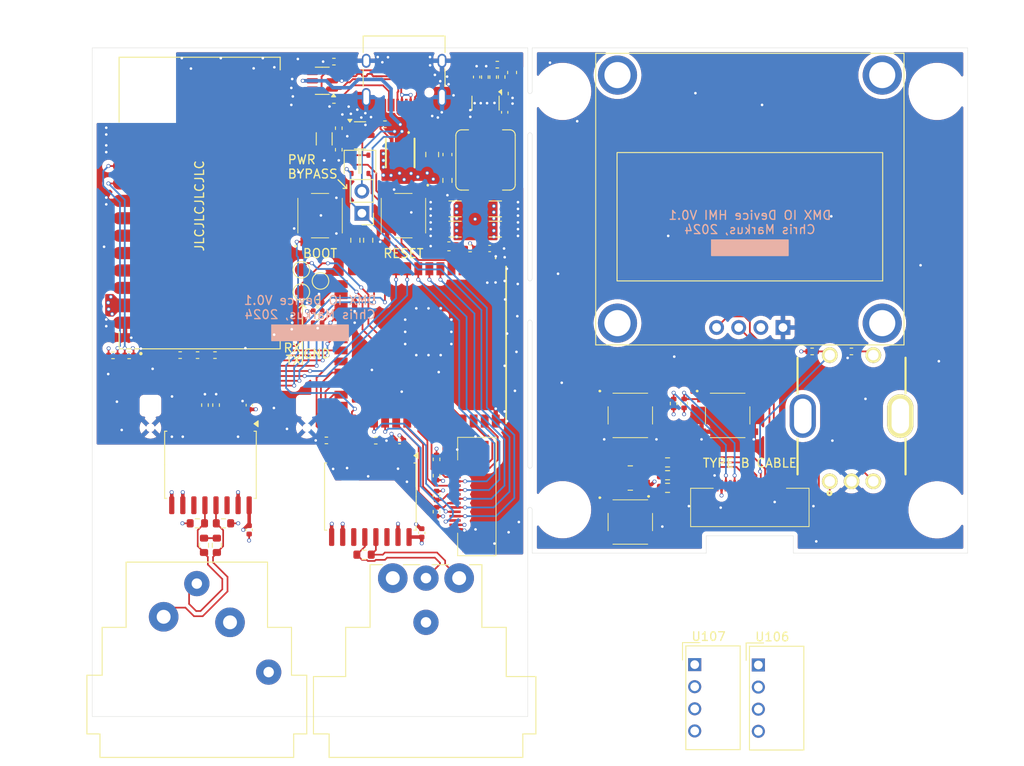
<source format=kicad_pcb>
(kicad_pcb (version 20240108) (generator "pcbnew") (generator_version "8.0")
  (layers (0 "F.Cu" signal "Front") (1 "In1.Cu" signal) (2 "In2.Cu" signal) (31 "B.Cu" signal "Back") (34 "B.Paste" user) (35 "F.Paste" user) (36 "B.SilkS" user "B.Silkscreen") (37 "F.SilkS" user "F.Silkscreen") (38 "B.Mask" user) (39 "F.Mask" user) (44 "Edge.Cuts" user))
  (net 0 "")
  (net 1 "GND")
  (net 2 "+3V3")
  (net 3 "/GND_ISO_2")
  (net 4 "/VCC_ISO_2")
  (net 5 "/EN")
  (net 6 "Net-(U102-SW)")
  (net 7 "Net-(U102-BST)")
  (net 8 "Net-(C107-Pad2)")
  (net 9 "Net-(U102-IN)")
  (net 10 "Net-(U102-FB)")
  (net 11 "/VCC_ISO_1")
  (net 12 "/GND_ISO_1")
  (net 13 "/VUSB")
  (net 14 "/OLED_SDA")
  (net 15 "/OLED_SCL")
  (net 16 "Net-(U102-EN)")
  (net 17 "/DN")
  (net 18 "/USB_DN")
  (net 19 "/DP")
  (net 20 "/USB_DP")
  (net 21 "/GPIO3")
  (net 22 "/LED_R")
  (net 23 "/LED_G")
  (net 24 "/LED_B")
  (net 25 "Net-(R115-Pad2)")
  (net 26 "/USB_CC1")
  (net 27 "/USB_CC2")
  (net 28 "/DMX_OUT_DE")
  (net 29 "/DMX_OUT_NRE")
  (net 30 "/DMX_IN_DE")
  (net 31 "/DMX_IN_NRE")
  (net 32 "/TIMO_MISO")
  (net 35 "/TIMO_MOSI")
  (net 36 "Net-(U101-SDA)")
  (net 37 "Net-(U101-SCL)")
  (net 43 "/TIMO_NCS")
  (net 45 "/TIMO_SCK")
  (net 50 "/TIMO_NIRQ")
  (net 54 "/DMX_OUT_RX")
  (net 57 "/DMX_OUT_TX")
  (net 60 "/DMX_IN_RX")
  (net 62 "/DMX_IN_TX")
  (net 64 "/ENC1.B")
  (net 65 "/ENC1.A")
  (net 66 "/ENC1.SW")
  (net 67 "/OK_BTN")
  (net 68 "/BK_BTN")
  (net 69 "/IO0")
  (net 72 "/DMX_OUT_P")
  (net 73 "/DMX_OUT_N")
  (net 74 "/DMX_IN_P")
  (net 75 "/DMX_IN_N")
  (net 76 "Net-(IC101-IO11)")
  (net 77 "Net-(IC101-IO9)")
  (net 78 "Net-(U101-SCK)")
  (net 79 "Net-(U101-MOSI)")
  (net 80 "Net-(U101-~{CS})")
  (net 81 "/PWR_BTN_LO")
  (net 82 "Net-(D201-BK)")
  (net 83 "/TXD0")
  (net 84 "/HMI/3V3")
  (net 85 "Net-(D201-RK)")
  (net 86 "Net-(D201-GK)")
  (net 88 "/HMI/BK_BTN")
  (net 89 "/RXD0")
  (net 90 "GND1")
  (net 91 "/HMI/ENC_B")
  (net 93 "/HMI/PWR_BTN_HI")
  (net 94 "/HMI/LED_B")
  (net 95 "/HMI/LED_R")
  (net 96 "/PWR_IN_DRV")
  (net 97 "/PWR_IN_CTRL")
  (net 98 "/HMI/OLED_SDA")
  (net 99 "/VUSB_IN")
  (net 100 "Net-(Q101-G)")
  (net 101 "/PWR_IN_SNS")
  (net 102 "/HMI/LED_G")
  (net 103 "/HMI/ENC_SW")
  (net 104 "/HMI/ENC_A")
  (net 105 "/HMI/PWR_BTN_LO")
  (net 106 "/HMI/OLED_SCL")
  (net 107 "/HMI/OK_BTN")
  (net 108 "Net-(U201-2)")
  (net 109 "/IO2")
  (net 110 "/IO1")
  (net 114 "Net-(R103-Pad2)")
  (footprint "Inductor_SMD:L_Bourns_SRP7028A_7.3x6.6mm" (layer "F.Cu") (at 162.425 30.625 -90)
    (property "Reference" "L101" (hide yes))
    (property "Value" "6u8H" (hide yes))
  )
  (footprint "Resistor_SMD:R_0402_1005Metric" (layer "F.Cu") (at 121.5 53.075 180)
    (property "Reference" "R101" (hide yes))
    (property "Value" "4k7" (hide yes))
  )
  (footprint "Resistor_SMD:R_0402_1005Metric" (layer "F.Cu") (at 150.875 26.525 180)
    (property "Reference" "R136" (hide yes))
    (property "Value" "10k" (hide yes))
  )
  (footprint "Resistor_SMD:R_0402_1005Metric" (layer "F.Cu") (at 149.825 62.875)
    (property "Reference" "R127" (hide yes))
    (property "Value" "10k" (hide yes))
  )
  (footprint "Oled:OLED_1.3" (layer "F.Cu") (at 210.475 51.875 180)
    (property "Reference" "J201" (hide yes))
    (property "Value" "Conn_01x04_Pin" (hide yes))
  )
  (footprint "Resistor_SMD:R_0402_1005Metric" (layer "F.Cu") (at 119.65 53.075)
    (property "Reference" "R102" (hide yes))
    (property "Value" "4k7" (hide yes))
  )
  (footprint "Resistor_SMD:R_0603_1608Metric" (layer "F.Cu") (at 158.05 32.975 90)
    (property "Reference" "R116" (hide yes))
    (property "Value" "2R" (hide yes))
  )
  (footprint "Resistor_SMD:R_0402_1005Metric" (layer "F.Cu") (at 160.65 40.8 180)
    (property "Reference" "R107" (hide yes))
    (property "Value" "10k" (hide yes))
  )
  (footprint "Resistor_SMD:R_0402_1005Metric" (layer "F.Cu") (at 184.025 58.609999 90)
    (property "Reference" "R207" (hide yes))
    (property "Value" "10k" (hide yes))
  )
  (footprint "Resistor_SMD:R_0402_1005Metric" (layer "F.Cu") (at 131.485 58.790001 90)
    (property "Reference" "R122" (hide yes))
    (property "Value" "10k" (hide yes))
  )
  (footprint "Capacitor_SMD:C_0603_1608Metric" (layer "F.Cu") (at 158.225 40.55 180)
    (property "Reference" "C105" (hide yes))
    (property "Value" "1uF" (hide yes))
  )
  (footprint "Resistor_SMD:R_0603_1608Metric" (layer "F.Cu") (at 132.335 72.375)
    (property "Reference" "R105" (hide yes))
    (property "Value" "560R (1%)" (hide yes))
  )
  (footprint "Resistor_SMD:R_0603_1608Metric" (layer "F.Cu") (at 148.95 39.85 -90)
    (property "Reference" "R108" (hide yes))
    (property "Value" "27" (hide yes))
  )
  (footprint "Connector_Audio:Jack_XLR_Neutrik_NC3FAAH2_Horizontal" (layer "F.Cu") (at 133.085 83.75 -90)
    (property "Reference" "J102" (hide yes))
    (property "Value" "NC3FAAH2" (hide yes))
  )
  (footprint "MountingHole:MountingHole_3.2mm_M3" (layer "F.Cu") (at 171.275 70.8)
    (property "Reference" "H105" (hide yes))
    (property "Value" "MountingHole")
  )
  (footprint "Capacitor_SMD:C_0402_1005Metric" (layer "F.Cu") (at 164.625 25.15 -90)
    (property "Reference" "C106" (hide yes))
    (property "Value" "100nF" (hide yes))
  )
  (footprint "Resistor_SMD:R_0402_1005Metric" (layer "F.Cu") (at 156.8 65.025 -90)
    (property "Reference" "R111" (hide yes))
    (property "Value" "4k7" (hide yes))
  )
  (footprint "TIMOTWO:MODULE_TIMOTWO" (layer "F.Cu") (at 129.6 35.575 90)
    (property "Reference" "U101" (hide yes))
    (property "Value" "TIMOTWO" (hide yes))
  )
  (footprint "Resistor_SMD:R_0402_1005Metric" (layer "F.Cu") (at 131.359999 53.05 180)
    (property "Reference" "R137" (hide yes))
    (property "Value" "49R9" (hide yes))
  )
  (footprint "Resistor_SMD:R_0402_1005Metric" (layer "F.Cu") (at 130.21 58.790001 90)
    (property "Reference" "R121" (hide yes))
    (property "Value" "10k" (hide yes))
  )
  (footprint "Connector_Audio:Jack_XLR_Neutrik_NC3MAAH_Horizontal" (layer "F.Cu") (at 151.775 78.67)
    (property "Reference" "J104" (hide yes))
    (property "Value" "NC3MAAH" (hide yes))
  )
  (footprint "Resistor_SMD:R_0402_1005Metric" (layer "F.Cu") (at 143.145 49.375)
    (property "Reference" "R140" (hide yes))
    (property "Value" "49R9" (hide yes))
  )
  (footprint "Resistor_SMD:R_0402_1005Metric" (layer "F.Cu") (at 145.575 26.975 -90)
    (property "Reference" "R133" (hide yes))
    (property "Value" "33k" (hide yes))
  )
  (footprint "Resistor_SMD:R_0603_1608Metric" (layer "F.Cu") (at 130.100001 74.9 90)
    (property "Reference" "R103" (hide yes))
    (property "Value" "120R (1%)" (hide yes))
  )
  (footprint "AFC07-S16FCC-00:AFC07S16FCC00" (layer "F.Cu") (at 192.775 70.4)
    (property "Reference" "J101" (hide yes))
    (property "Value" "AFC07-S16FCC-00" (hide yes))
  )
  (footprint "Package_SO:SOIC-16W_7.5x10.3mm_P1.27mm" (layer "F.Cu") (at 130.84 65.65 -90)
    (property "Reference" "U103" (hide yes))
    (property "Value" "ISO3088DW" (hide yes))
  )
  (footprint "Resistor_SMD:R_0402_1005Metric" (layer "F.Cu") (at 145.575 29.45 -90)
    (property "Reference" "R135" (hide yes))
    (property "Value" "51k" (hide yes))
  )
  (footprint "MountingHole:MountingHole_3.2mm_M3" (layer "F.Cu") (at 214.275 70.8)
    (property "Reference" "H102" (hide yes))
    (property "Value" "MountingHole")
  )
  (footprint "Capacitor_SMD:C_0402_1005Metric" (layer "F.Cu") (at 152.55 62.875 180)
    (property "Reference" "C113" (hide yes))
    (property "Value" "100nF" (hide yes))
  )
  (footprint "Resistor_SMD:R_0402_1005Metric" (layer "F.Cu") (at 204.434999 52.625 180)
    (property "Reference" "R206" (hide yes))
    (property "Value" "0R" (hide yes))
  )
  (footprint "LIB_TS-1187A-B-A-B:TS1187ABAB" (layer "F.Cu") (at 179.05 59.975)
    (property "Reference" "S201" (hide yes))
    (property "Value" "TS-1187A-B-A-B" (hide yes))
  )
  (footprint "Capacitor_SMD:C_1206_3216Metric" (layer "F.Cu") (at 163.55 38.575)
    (property "Reference" "C103" (hide yes))
    (property "Value" "22uF" (hide yes))
  )
  (footprint "Resistor_SMD:R_0402_1005Metric" (layer "F.Cu") (at 156.8 66.9 90)
    (property "Reference" "R112" (hide yes))
    (property "Value" "4k7" (hide yes))
  )
  (footprint "TestPoint:TestPoint_Pad_D1.5mm" (layer "F.Cu") (at 143.475 44.525)
    (property "Reference" "TP103" (hide yes))
    (property "Value" "TestPoint" (hide yes))
  )
  (footprint "Resistor_SMD:R_0603_1608Metric" (layer "F.Cu") (at 131.575 74.9 -90)
    (property "Reference" "R125" (hide yes))
    (property "Value" "10R (1%)" (hide yes))
  )
  (footprint "Capacitor_SMD:C_0603_1608Metric" (layer "F.Cu") (at 165.475 20.575 -90)
    (property "Reference" "C109" (hide yes))
    (property "Value" "100pF" (hide yes))
  )
  (footprint "Resistor_SMD:R_0402_1005Metric" (layer "F.Cu") (at 185.225 58.6 90)
    (property "Reference" "R208" (hide yes))
    (property "Value" "10k" (hide yes))
  )
  (footprint "Capacitor_SMD:C_0402_1005Metric" (layer "F.Cu") (at 162.9 40.8)
    (property "Reference" "C104" (hide yes))
    (property "Value" "100nF" (hide yes))
  )
  (footprint "MountingHole:MountingHole_3.2mm_M3" (layer "F.Cu") (at 171.275 22.75)
    (property "Reference" "H104" (hide yes))
    (property "Value" "MountingHole")
  )
  (footprint "Capacitor_SMD:C_1206_3216Metric" (layer "F.Cu") (at 158.924999 38.575 180)
    (property "Reference" "C110" (hide yes))
    (property "Value" "22uF" (hide yes))
  )
  (footprint "Package_SO:SOIC-16W_7.5x10.3mm_P1.27mm" (layer "F.Cu") (at 149.2 69.300001 -90)
    (property "Reference" "U105" (hide yes))
    (property "Value" "ISO3088DW" (hide yes))
  )
  (footprint "MountingHole:MountingHole_3.2mm_M3" (layer "F.Cu") (at 214.275 22.75)
    (property "Reference" "H103" (hide yes))
    (property "Value" "MountingHole")
  )
  (footprint "DMPH4029LFGQ-13:DMTH8008LFGQ7" (layer "F.Cu") (at 152.625 31.135 180)
    (property "Reference" "Q101" (hide yes))
    (property "Value" "DMP4025SFGQ-13" (hide yes))
  )
  (footprint "Resistor_SMD:R_0402_1005Metric" (layer "F.Cu") (at 143.145 50.725)
    (property "Reference" "R139" (hide yes))
    (property "Value" "49R9" (hide yes))
  )
  (footprint "PEC12R:PEC12R-4XXXF-SXXXX" (layer "F.Cu") (at 204.45 60.05)
    (property "Reference" "U201" (hide yes))
    (property "Value" "PEC12R-4215F-S0024" (hide yes))
  )
  (footprint "Capacitor_SMD:C_1206_3216Metric" (layer "F.Cu") (at 163.549999 36.25)
    (property "Reference" "C112" (hide yes))
    (property "Value" "22uF" (hide yes))
  )
  (footprint "AFC07-S16FCC-00:AFC07S16FCC00" (layer "F.Cu") (at 161.275 69.3 90)
    (property "Reference" "J106" (hide yes))
    (property "Value" "AFC07-S16FCC-00" (hide yes))
  )
  (footprint "Capacitor_SMD:C_0402_1005Metric" (layer "F.Cu") (at 135.285 73.125 -90)
    (property "Reference" "C102" (hide yes))
    (property "Value" "100nF" (hide yes))
  )
  (footprint "Resistor_SMD:R_0402_1005Metric" (layer "F.Cu") (at 156.8 69.180002 -90)
    (property "Reference" "R124" (hide yes))
    (property "Value" "10k" (hide yes))
  )
  (footprint "Resistor_SMD:R_0603_1608Metric" (layer "F.Cu") (at 147.475 39.85 -90)
    (property "Reference" "R109" (hide yes))
    (property "Value" "27" (hide yes))
  )
  (footprint "Capacitor_SMD:C_0402_1005Metric" (layer "F.Cu") (at 155.1 73.475 90)
    (property "Reference" "C114" (hide yes))
    (property "Value" "100nF" (hide yes))
  )
  (footprint "LIB_TS-1187A-B-A-B:TS1187ABAB" (layer "F.Cu") (at 153 37.025 -90)
    (property "Reference" "S101" (hide yes))
    (property "Value" "TS-1187A-B-A-B" (hide yes))
  )
  (footprint "Connector_PinHeader_2.54mm:PinHeader_1x02_P2.54mm_Vertical" (layer "F.Cu") (at 148.225 36.75 180)
    (property "Reference" "J105" (hide yes))
    (property "Value" "Conn_01x02_Pin" (hide yes))
  )
  (footprint "Package_TO_SOT_SMD:SOT-23" (layer "F.Cu") (at 148.0125 27.8)
    (property "Reference" "Q102" (hide yes))
    (property "Value" "AO3400A" (hide yes))
  )
  (footprint "Resistor_SMD:R_0402_1005Metric" (layer "F.Cu") (at 164.65 22.995001 -90)
    (property "Reference" "R118" (hide yes))
    (property "Value" "47k (1%)" (hide yes))
  )
  (footprint "Resistor_SMD:R_0402_1005Metric" (layer "F.Cu") (at 144.15 62.85 180)
    (property "Reference" "R126" (hide yes))
    (property "Value" "10k" (hide yes))
  )
  (footprint "LIB_TS-1187A-B-A-B:TS1187ABAB" (layer "F.Cu") (at 179.05 72.225)
    (property "Reference" "S203" (hide yes))
    (property "Value" "TS-1187A-B-A-B" (hide yes))
  )
  (footprint "Resistor_SMD:R_0402_1005Metric" (layer "F.Cu") (at 129.359999 53.05 180)
    (property "Reference" "R132" (hide yes))
    (property "Value" "49R9" (hide yes))
  )
  (footprint "Resistor_SMD:R_0402_1005Metric" (layer "F.Cu") (at 145.014999 23.729 180)
    (property "Reference" "R120" (hide yes))
    (property "Value" "5k1 (1%)" (hide yes))
  )
  (footprint "Resistor_SMD:R_0402_1005Metric" (layer "F.Cu") (at 164.274999 21.095001 -90)
    (property "Reference" "R117" (hide yes))
    (property "Value" "47k (1%)" (hide yes))
  )
  (footprint "Resistor_SMD:R_0603_1608Metric" (layer "F.Cu") (at 183.325 65.375)
    (property "Reference" "R209" (hide yes))
    (property "Value" "150" (hide yes))
  )
  (footprint "Resistor_SMD:R_0402_1005Metric" (layer "F.Cu") (at 162.35 21.105 90)
    (property "Reference" "R106" (hide yes))
    (property "Value" "0R" (hide yes))
  )
  (footprint "Converter_DCDC:Converter_DCDC_TRACO_TEA1-xxxx_THT" (layer "F.Cu") (at 186.4425 88.6075)
    (property "Reference" "U107")
    (property "Value" "TEA1-0505")
  )
  (footprint "Resistor_SMD:R_0603_1608Metric" (layer "F.Cu") (at 183.325 66.85)
    (property "Reference" "R210" (hide yes))
    (property "Value" "150" (hide yes))
  )
  (footprint "Resistor_SMD:R_0402_1005Metric" (layer "F.Cu") (at 127.359999 53.05 180)
    (property "Reference" "R138" (hide yes))
    (property "Value" "49R9" (hide yes))
  )
  (footprint "LIB_TS-1187A-B-A-B:TS1187ABAB" (layer "F.Cu") (at 190.225 59.975)
    (property "Reference" "S202" (hide yes))
    (property "Value" "TS-1187A-B-A-B" (hide yes))
  )
  (footprint "Resistor_SMD:R_0402_1005Metric" (layer "F.Cu") (at 145.014999 19.329 180)
    (property "Reference" "R119" (hide yes))
    (property "Value" "5k1 (1%)" (hide yes))
  )
  (footprint "LIB_ESP32-S3-WROOM-1U-N4R2:ESP32S3WROOM1UN4R2" (layer "F.Cu") (at 155.185 51.875 -90)
    (property "Reference" "IC101" (hide yes))
    (property "Value" "ESP32-S3-WROOM-1U-N4R2" (hide yes))
  )
  (footprint "MountingHole:MountingHole_3.2mm_M3" (layer "F.Cu") (at 143.2 80.7)
    (property "Reference" "H101" (hide yes))
    (property "Value" "MountingHole" (hide yes))
  )
  (footprint "Converter_DCDC:Converter_DCDC_TRACO_TEA1-xxxx_THT" (layer "F.Cu") (at 193.75 88.65)
    (property "Reference" "U106")
    (property "Value" "TEA1-0505")
  )
  (footprint "Capacitor_SMD:C_1206_3216Metric" (layer "F.Cu") (at 158.924999 36.25 180)
    (property "Reference" "C111" (hide yes))
    (property "Value" "22uF" (hide yes))
  )
  (footprint "Capacitor_SMD:C_0603_1608Metric" (layer "F.Cu") (at 158.05 30 -90)
    (property "Reference" "C107" (hide yes))
    (property "Value" "10uF  (50V)" (hide yes))
  )
  (footprint "Capacitor_SMD:C_0402_1005Metric" (layer "F.Cu") (at 161.399999 21.095001 90)
    (property "Reference" "C108" (hide yes))
    (property "Value" "100nF  (50V)" (hide yes))
  )
  (footprint "Resistor_SMD:R_0402_1005Metric" (layer "F.Cu") (at 143.15 48)
    (property "Reference" "R110" (hide yes))
    (property "Value" "10k" (hide yes))
  )
  (footprint "Resistor_SMD:R_0603_1608Metric" (layer "F.Cu") (at 129.335 72.375)
    (property "Reference" "R104" (hide yes))
    (property "Value" "560R (1%)" (hide yes))
  )
  (footprint "Resistor_SMD:R_0402_1005Metric" (layer "F.Cu") (at 143.155 47.05 180)
    (property "Reference" "R114" (hide yes))
    (property "Value" "DNP" (hide yes))
  )
  (footprint "Resistor_SMD:R_0402_1005Metric" (layer "F.Cu") (at 156.8 71.040001 90)
    (property "Reference" "R113" (hide yes))
    (property "Value" "10k" (hide yes))
  )
  (footprint "Connector_USB:USB_C_Receptacle_HRO_TYPE-C-31-M-12" (layer "F.Cu") (at 153.075 20.28 180)
    (property "Reference" "J103" (hide yes))
    (property "Value" "USB_C_Receptacle_USB2.0_16P")
  )
  (footprint "Resistor_SMD:R_0402_1005Metric" (layer "F.Cu") (at 199.925 52.625)
    (property "Reference" "R205" (hide yes))
    (property "Value" "10k" (hide yes))
  )
  (footprint "LIB_TS-1187A-B-A-B:TS1187ABAB" (layer "F.Cu") (at 143.425 37.025 90)
    (property "Reference" "S102" (hide yes))
    (property "Value" "TS-1187A-B-A-B" (hide yes))
  )
  (footprint "TestPoint:TestPoint_Pad_D1.5mm" (layer "F.Cu") (at 141.275 45.8 180)
    (property "Reference" "TP102" (hide yes))
    (property "Value" "TestPoint" (hide yes))
  )
  (footprint "Diode_SMD:D_SOD-323" (layer "F.Cu") (at 147.05 31.125 -90)
    (property "Reference" "D103" (hide yes))
    (property "Value" "D" (hide yes))
  )
  (footprint "Capacitor_SMD:C_0805_2012Metric" (layer "F.Cu") (at 156.3 30 90)
    (property "Reference" "FB102" (hide yes))
    (property "Value" "FerriteBead" (hide yes))
  )
  (footprint "ASMB-MTB0-0A3A2:ASMBMTB00A3A2" (layer "F.Cu") (at 179.05 67.175 180)
    (property "Reference" "D201" (hide yes))
    (property "Value" "ASMB-MTB0-0A3A2" (hide yes))
  )
  (footprint "Resistor_SMD:R_0603_1608Metric" (layer "F.Cu") (at 148.475 75.975)
    (property "Reference" "R123" (hide yes))
    (property "Value" "120R" (hide yes))
  )
  (footprint "TestPoint:TestPoint_Pad_D1.5mm" (layer "F.Cu") (at 141.275 43.25 180)
    (property "Reference" "TP101" (hide yes))
    (property "Value" "TestPoint" (hide yes))
  )
  (footprint "Diode_SMD:D_SOD-323" (layer "F.Cu") (at 148.975 31.125 -90)
    (property "Reference" "D102" (hide yes))
    (property "Value" "D" (hide yes))
  )
  (footprint "Resistor_SMD:R_0402_1005Metric" (layer "F.Cu") (at 163.775 19.675 180)
    (property "Reference" "R115" (hide yes))
    (property "Value" "100k (1%)" (hide yes))
  )
  (footprint "Capacitor_SMD:C_1206_3216Metric" (layer "F.Cu") (at 143.9 28.2 -90)
    (property "Reference" "C117" (hide yes))
    (property "Value" "DNP" (hide yes))
  )
  (footprint "Resistor_SMD:R_0603_1608Metric" (layer "F.Cu") (at 183.325 68.3)
    (property "Reference" "R211" (hide yes))
    (property "Value" "150" (hide yes))
  )
  (footprint "Resistor_SMD:R_0402_1005Metric" (layer "F.Cu") (at 163.3 21.105 -90)
    (property "Reference" "R134" (hide yes))
    (property "Value" "DNP" (hide yes))
  )
  (footprint "Capacitor_SMD:C_0402_1005Metric" (layer "F.Cu") (at 135.3 58.8 90)
    (property "Reference" "C101" (hide yes))
    (property "Value" "100nF" (hide yes))
  )
  (footprint "Package_TO_SOT_SMD:TSOT-23-6" (layer "F.Cu") (at 162.425 24.0925 -90)
    (property "Reference" "U102" (hide yes))
    (property "Value" "AP63200WU" (hide yes))
  )
  (footprint "Package_TO_SOT_SMD:SOT-23-6" (layer "F.Cu") (at 143.677499 21.528999 180)
    (property "Reference" "U104" (hide yes))
    (property "Value" "SRV05-4" (hide yes))
  )
  (gr_rect (start 137.8875 49.6) (end 146.6625 51.375) (stroke (width 0.1524)) (fill solid) (layer "B.SilkS"))
  (gr_rect (start 188.3875 39.825) (end 197.1625 41.6) (stroke (width 0.1524)) (fill solid) (layer "B.SilkS"))
  (gr_line (start 141.4 47.2) (end 141 47.6) (stroke (width 0.1524)) (layer "F.SilkS"))
  (gr_line (start 141.4 47.2) (end 141.8 47.6) (stroke (width 0.1524)) (layer "F.SilkS"))
  (gr_line (start 141.4 54.1) (end 141.4 47.2) (stroke (width 0.1524)) (layer "F.SilkS"))
  (gr_line (start 145.493019 32.905519) (end 146.475 33.8875) (stroke (width 0.1524)) (layer "F.SilkS"))
  (gr_line (start 146.475 33.4625) (end 146.475 33.8875) (stroke (width 0.1524)) (layer "F.SilkS"))
  (gr_line (start 146.475 33.8875) (end 146.075 33.8875) (stroke (width 0.1524)) (layer "F.SilkS"))
  (gr_arc (start 167.775 65.8) (mid 167.525 66.05) (end 167.275 65.8) (stroke (width 0.0381)) (layer "Edge.Cuts"))
  (gr_line (start 197.775 75.8) (end 217.775 75.8) (stroke (width 0.0381)) (layer "Edge.Cuts"))
  (gr_line (start 167.775 27.75) (end 167.775 44.275) (stroke (width 0.0381)) (layer "Edge.Cuts"))
  (gr_line (start 167.775 65.8) (end 167.775 49.275) (stroke (width 0.0381)) (layer "Edge.Cuts"))
  (gr_line (start 167.775 75.8) (end 187.775 75.8) (stroke (width 0.0381)) (layer "Edge.Cuts"))
  (gr_line (start 167.275 49.275) (end 167.275 65.8) (stroke (width 0.0381)) (layer "Edge.Cuts"))
  (gr_line (start 167.275 94.575) (end 167.275 82.575) (stroke (width 0.0381)) (layer "Edge.Cuts"))
  (gr_line (start 117.275 94.575) (end 167.275 94.575) (stroke (width 0.0381)) (layer "Edge.Cuts"))
  (gr_line (start 187.775 75.8) (end 187.775 73.8) (stroke (width 0.0381)) (layer "Edge.Cuts"))
  (gr_line (start 167.275002 70.8) (end 167.275002 82.575) (stroke (width 0.0381)) (layer "Edge.Cuts"))
  (gr_arc (start 167.275 70.8) (mid 167.525 70.55) (end 167.775 70.8) (stroke (width 0.0381)) (layer "Edge.Cuts"))
  (gr_line (start 167.775 17.75) (end 217.775 17.75) (stroke (width 0.0381)) (layer "Edge.Cuts"))
  (gr_arc (start 167.275 27.75) (mid 167.525 27.5) (end 167.775 27.75) (stroke (width 0.0381)) (layer "Edge.Cuts"))
  (gr_arc (start 167.775 22.75) (mid 167.525 23) (end 167.275 22.75) (stroke (width 0.0381)) (layer "Edge.Cuts"))
  (gr_line (start 167.275 17.75) (end 167.275 22.75) (stroke (width 0.0381)) (layer "Edge.Cuts"))
  (gr_line (start 167.275 44.275) (end 167.275 27.75) (stroke (width 0.0381)) (layer "Edge.Cuts"))
  (gr_line (start 167.275 17.75) (end 117.275 17.75) (stroke (width 0.0381)) (layer "Edge.Cuts"))
  (gr_arc (start 167.275 49.275) (mid 167.525 49.025) (end 167.775 49.275) (stroke (width 0.0381)) (layer "Edge.Cuts"))
  (gr_line (start 117.275 17.75) (end 117.275 94.575) (stroke (width 0.0381)) (layer "Edge.Cuts"))
  (gr_line (start 197.775 73.8) (end 197.775 75.8) (stroke (width 0.0381)) (layer "Edge.Cuts"))
  (gr_line (start 167.775 22.75) (end 167.775 17.75) (stroke (width 0.0381)) (layer "Edge.Cuts"))
  (gr_line (start 187.775 73.8) (end 197.775 73.8) (stroke (width 0.0381)) (layer "Edge.Cuts"))
  (gr_arc (start 167.775 44.275) (mid 167.525 44.525) (end 167.275 44.275) (stroke (width 0.0381)) (layer "Edge.Cuts"))
  (gr_line (start 167.775 75.8) (end 167.775 70.8) (stroke (width 0.0381)) (layer "Edge.Cuts"))
  (gr_line (start 217.775 75.8) (end 217.775 17.75) (stroke (width 0.0381)) (layer "Edge.Cuts"))
  (gr_text "DMX IO Device HMI V0.1\nChris Markus, 2024" (at 192.775 37.8 0) (layer "B.SilkS") (effects (font (size 1.016 1.016) (thickness 0.1524) (bold yes)) (justify mirror)))
  (gr_text "DMX IO Device V0.1\nChris Markus, 2024" (at 142.275 47.575 0) (layer "B.SilkS") (effects (font (size 1.016 1.016) (thickness 0.1524) (bold yes)) (justify mirror)))
  (gr_text "TYPE B CABLE" (at 192.775 65.45 0) (layer "F.SilkS") (effects (font (size 1.016 1.016) (thickness 0.1524) (bold yes))))
  (gr_text "RESET" (at 153 40.775 0) (layer "F.SilkS") (effects (font (size 1.016 1.016) (thickness 0.1524)) (justify top)))
  (gr_text "PWR\nBYPASS" (at 139.625 32.825 0) (layer "F.SilkS") (effects (font (size 1.016 1.016) (thickness 0.1524)) (justify left bottom)))
  (gr_text "GND" (at 141.4 52.9 0) (layer "F.SilkS") (effects (font (size 1.016 1.016) (thickness 0.1524)) (justify left)))
  (gr_text "BOOT" (at 143.425 40.775 0) (layer "F.SilkS") (effects (font (size 1.016 1.016) (thickness 0.1524)) (justify top)))
  (gr_text "TX" (at 141.325 53.025 0) (layer "F.SilkS") (effects (font (size 1.016 1.016) (thickness 0.1524)) (justify right top)))
  (gr_text "RX" (at 141.325 52.825 0) (layer "F.SilkS") (effects (font (size 1.016 1.016) (thickness 0.1524)) (justify right bottom)))
  (gr_text "JLCJLCJLCJLC" (at 130.175 41.225 90) (layer "F.SilkS") (effects (font (size 1.016 1.016) (thickness 0.1524) (bold yes)) (justify left bottom)))
  (segment (start 135.3 58.32) (end 134.53 58.32) (width 0.4064) (layer "F.Cu") (net 1))
  (segment (start 163.595 43.125) (end 163.595 44.68) (width 0.4064) (layer "F.Cu") (net 1))
  (segment (start 138.1642 21.325) (end 140.225 21.325) (width 0.4064) (layer "F.Cu") (net 1))
  (segment (start 136.85 20.125) (end 135.825 20.125) (width 0.4064) (layer "F.Cu") (net 1))
  (segment (start 144.814999 21.528999) (end 145.914999 21.528999) (width 0.2032) (layer "F.Cu") (net 1))
  (segment (start 142.645001 47.05) (end 141.925 47.05) (width 0.2032) (layer "F.Cu") (net 1))
  (segment (start 163.245001 20.595001) (end 162.5 19.85) (width 0.2032) (layer "F.Cu") (net 1))
  (segment (start 161.4 20.615) (end 161.399999 20.615001) (width 0.2032) (layer "F.Cu") (net 1))
  (segment (start 143.9 29.675001) (end 143.9 30.675) (width 0.2032) (layer "F.Cu") (net 1))
  (segment (start 138.1642 49.325) (end 138.1642 50.6858) (width 0.4064) (layer "F.Cu") (net 1))
  (segment (start 158.925 73.05) (end 159.725 73.05) (width 0.254) (layer "F.Cu") (net 1))
  (segment (start 146.025 65.525) (end 146.525 66.025) (width 0.4064) (layer "F.Cu") (net 1))
  (segment (start 143.779 19.329) (end 143.775 19.325) (width 0.2032) (layer "F.Cu") (net 1))
  (segment (start 121.0358 29.325) (end 119.275 29.325) (width 0.4064) (layer "F.Cu") (net 1))
  (segment (start 121.775 51.075) (end 121.75 51.05) (width 0.4064) (layer "F.Cu") (net 1))
  (segment (start 127.665 60.999999) (end 127.665 62.42) (width 0.4064) (layer "F.Cu") (net 1))
  (segment (start 126.395 61) (end 126.395 62.41) (width 0.4064) (layer "F.Cu") (net 1))
  (segment (start 151.125 40.025) (end 150.325 40.025) (width 0.2032) (layer "F.Cu") (net 1))
  (segment (start 144.499916 24.474086) (end 144.509915 24.484085) (width 0.2032) (layer "F.Cu") (net 1))
  (segment (start 121.0358 27.325) (end 119.275 27.325) (width 0.4064) (layer "F.Cu") (net 1))
  (segment (start 163.3 20.595001) (end 163.245001 20.595001) (width 0.2032) (layer "F.Cu") (net 1))
  (segment (start 121.0358 27.325) (end 119.25 27.325) (width 0.4064) (layer "F.Cu") (net 1))
  (segment (start 131.5 58.275) (end 131.5 57.540002) (width 0.2032) (layer "F.Cu") (net 1))
  (segment (start 145.3 40.025) (end 145.3 39.075) (width 0.2032) (layer "F.Cu") (net 1))
  (segment (start 147.075 28.75) (end 147.075 28.425) (width 0.2032) (layer "F.Cu") (net 1))
  (segment (start 119.275 29.325) (end 118.875 29.725) (width 0.4064) (layer "F.Cu") (net 1))
  (segment (start 143.640001 62.85) (end 142.925 62.85) (width 0.2032) (layer "F.Cu") (net 1))
  (segment (start 151.125 34.025) (end 151.925 34.025) (width 0.2032) (layer "F.Cu") (net 1))
  (segment (start 147.075 28.425) (end 146.55 27.9) (width 0.2032) (layer "F.Cu") (net 1))
  (segment (start 119.25 35.325) (end 118.875 34.95) (width 0.4064) (layer "F.Cu") (net 1))
  (segment (start 145.575 29.959999) (end 145.575 30.675) (width 0.2032) (layer "F.Cu") (net 1))
  (segment (start 144.499916 23.709085) (end 144.499916 24.474086) (width 0.2032) (layer "F.Cu") (net 1))
  (segment (start 150.335 62.875) (end 151.05 62.875) (width 0.2032) (layer "F.Cu") (net 1))
  (segment (start 163.595 41.705) (end 163.6 41.7) (width 0.4064) (layer "F.Cu") (net 1))
  (segment (start 134.53 58.32) (end 134.525 58.325) (width 0.4064) (layer "F.Cu") (net 1))
  (segment (start 138.1642 49.325) (end 140.225 49.325) (width 0.4064) (layer "F.Cu") (net 1))
  (segment (start 121.0358 49.325) (end 119.275 49.325) (width 0.4064) (layer "F.Cu") (net 1))
  (segment (start 138.1642 19.9858) (end 138.175 19.975) (width 0.4064) (layer "F.Cu") (net 1))
  (segment (start 119.25 49.325) (end 118.875 48.95) (width 0.4064) (layer "F.Cu") (net 1))
  (segment (start 121.0358 49.325) (end 119.25 49.325) (width 0.4064) (layer "F.Cu") (net 1))
  (segment (start 158.05 33.8) (end 158.05 34.675) (width 0.4064) (layer "F.Cu") (net 1))
  (segment (start 143.475 45.85) (end 143.3 46.025) (width 0.2032) (layer "F.Cu") (net 1))
  (segment (start 145.3 34.025) (end 145.3 34.975) (width 0.2032) (layer "F.Cu") (net 1))
  (segment (start 127.55 20.125) (end 128.6 20.125) (width 0.4064) (layer "F.Cu") (net 1))
  (segment (start 127.55 20.125) (end 127.55 18.925) (width 0.4064) (layer "F.Cu") (net 1))
  (segment (start 127.665 62.42) (end 127.66 62.425) (width 0.4064) (layer "F.Cu") (net 1))
  (segment (start 163.595 60.625) (end 164.875 60.625) (width 0.4064) (layer "F.Cu") (net 1))
  (segment (start 163.595 43.125) (end 163.595 41.705) (width 0.4064) (layer "F.Cu") (net 1))
  (segment (start 134.85 51.075) (end 134.85 52.25) (width 0.4064) (layer "F.Cu") (net 1))
  (segment (start 119.275 49.325) (end 118.875 49.725) (width 0.4064) (layer "F.Cu") (net 1))
  (segment (start 144.755 64.650001) (end 144.755 65.955) (width 0.4064) (layer "F.Cu") (net 1))
  (segment (start 146.025 64.65) (end 146.025 65.525) (width 0.4064) (layer "F.Cu") (net 1))
  (segment (start 159.725 73.05) (end 159.875 73.2) (width 0.254) (layer "F.Cu") (net 1))
  (segment (start 163.595 60.625) (end 163.595 59.205) (width 0.4064) (layer "F.Cu") (net 1))
  (segment (start 163.595 59.205) (end 163.6 59.2) (width 0.4064) (layer "F.Cu") (net 1))
  (segment (start 144.505 19.329) (end 143.779 19.329) (width 0.2032) (layer "F.Cu") (net 1))
  (segment (start 119.275 35.325) (end 118.875 35.725) (width 0.4064) (layer "F.Cu") (net 1))
  (segment (start 138.1642 21.325) (end 138.1642 19.9858) (width 0.4064) (layer "F.Cu") (net 1))
  (segment (start 134.015 60.999999) (end 134.015 62.42) (width 0.4064) (layer "F.Cu") (net 1))
  (segment (start 163.595 44.68) (end 163.575 44.7) (width 0.4064) (layer "F.Cu") (net 1))
  (segment (start 121.0358 29.325) (end 119.25 29.325) (width 0.4064) (layer "F.Cu") (net 1))
  (segment (start 136.85 20.125) (end 136.85 18.925) (width 0.4064) (layer "F.Cu") (net 1))
  (segment (start 163.595 60.625) (end 163.595 60.895) (width 0.4064) (layer "F.Cu") (net 1))
  (segment (start 138.1642 23.325) (end 140.3 23.325) (width 0.4064) (layer "F.Cu") (net 1))
  (segment (start 161.4 19.85) (end 161.4 20.615) (width 0.2032) (layer "F.Cu") (net 1))
  (segment (start 163.375 40.8) (end 164.55 40.8) (width 0.4064) (layer "F.Cu") (net 1))
  (segment (start 143.475 44.525) (end 143.475 45.85) (width 0.2032) (layer "F.Cu") (net 1))
  (segment (start 119.25 29.325) (end 118.875 28.95) (width 0.4064) (layer "F.Cu") (net 1))
  (segment (start 152.07 62.875) (end 152.07 62.545) (width 0.2032) (layer "F.Cu") (net 1))
  (segment (start 126.395 62.41) (end 126.41 62.425) (width 0.4064) (layer "F.Cu") (net 1))
  (segment (start 121.0358 35.325) (end 119.275 35.325) (width 0.4064) (layer "F.Cu") (net 1))
  (segment (start 122.85 51.075) (end 122.85 52.3) (width 0.4064) (layer "F.Cu") (net 1))
  (segment (start 163.595 43.125) (end 164.875 43.125) (width 0.4064) (layer "F.Cu") (net 1))
  (segment (start 130.2 57.545002) (end 130.205002 57.54) (width 0.2032) (layer "F.Cu") (net 1))
  (segment (start 119.275 27.325) (end 118.875 26.925) (width 0.4064) (layer "F.Cu") (net 1))
  (segment (start 134.015 62.42) (end 134.01 62.425) (width 0.4064) (layer "F.Cu") (net 1))
  (segment (start 152.375 64.65) (end 152.375 66.1) (width 0.4064) (layer "F.Cu") (net 1))
  (segment (start 122.85 51.075) (end 121.775 51.075) (width 0.4064) (layer "F.Cu") (net 1))
  (segment (start 135.825 20.125) (end 135.8 20.1) (width 0.4064) (layer "F.Cu") (net 1))
  (segment (start 119.25 27.325) (end 118.875 27.7) (width 0.4064) (layer "F.Cu") (net 1))
  (segment (start 144.755 65.955) (end 144.925 66.125) (width 0.4064) (layer "F.Cu") (net 1))
  (segment (start 130.2 58.275) (end 130.2 57.545002) (width 0.2032) (layer "F.Cu") (net 1))
  (segment (start 159.875 73.2) (end 160 73.2) (width 0.254) (layer "F.Cu") (net 1))
  (segment (start 138.1642 50.6858) (end 138.15 50.7) (width 0.4064) (layer "F.Cu") (net 1))
  (segment (start 121.0358 35.325) (end 119.25 35.325) (width 0.4064) (layer "F.Cu") (net 1))
  (segment (start 152.07 62.545) (end 151.625 62.1) (width 0.2032) (layer "F.Cu") (net 1))
  (via (at 156.05 18.8) (size 0.45) (drill 0.3) (layers "F.Cu" "B.Cu") (net 1))
  (via (at 118.875 29.725) (size 0.45) (drill 0.3) (layers "F.Cu" "B.Cu") (net 1))
  (via (at 146.959999 25.325) (size 0.45) (drill 0.3) (layers "F.Cu" "B.Cu") (net 1))
  (via (at 128.6 20.125) (size 0.45) (drill 0.3) (layers "F.Cu" "B.Cu") (net 1))
  (via (at 138.175 19.975) (size 0.45) (drill 0.3) (layers "F.Cu" "B.Cu") (net 1))
  (via (at 163.575 44.7) (size 0.45) (drill 0.3) (layers "F.Cu" "B.Cu") (net 1))
  (via (at 160 73.2) (size 0.45) (drill 0.3) (layers "F.Cu" "B.Cu") (net 1))
  (via (at 151.05 62.875) (size 0.45) (drill 0.3) (layers "F.Cu" "B.Cu") (net 1))
  (via (at 140.3 23.325) (size 0.45) (drill 0.3) (layers "F.Cu" "B.Cu") (net 1))
  (via (at 152.8 57.25) (size 0.45) (drill 0.3) (layers "F.Cu" "B.Cu") (net 1))
  (via (at 166.15 37.8) (size 0.45) (drill 0.3) (layers "F.Cu" "B.Cu") (net 1))
  (via (at 122.85 52.3) (size 0.45) (drill 0.3) (layers "F.Cu" "B.Cu") (net 1))
  (via (at 140.875 19.025) (size 0.45) (drill 0.3) (layers "F.Cu" "B.Cu") (net 1))
  (via (at 120.1 58.4) (size 0.45) (drill 0.3) (layers "F.Cu" "B.Cu") (net 1))
  (via (at 158.5 50.375) (size 0.45) (drill 0.3) (layers "F.Cu" "B.Cu") (net 1))
  (via (at 127.66 62.425) (size 0.45) (drill 0.3) (layers "F.Cu" "B.Cu") (net 1))
  (via (at 156.125 39.35) (size 0.45) (drill 0.3) (layers "F.Cu" "B.Cu") (net 1))
  (via (at 157.4 25.15) (size 0.45) (drill 0.3) (layers "F.Cu" "B.Cu") (net 1))
  (via (at 158.009999 21.05) (size 0.45) (drill 0.3) (layers "F.Cu" "B.Cu") (net 1))
  (via (at 118.875 28.95) (size 0.45) (drill 0.3) (layers "F.Cu" "B.Cu") (net 1))
  (via (at 166.15 36.25) (size 0.45) (drill 0.3) (layers "F.Cu" "B.Cu") (net 1))
  (via (at 158.5 48.975) (size 0.45) (drill 0.3) (layers "F.Cu" "B.Cu") (net 1))
  (via (at 141.925 47.05) (size 0.45) (drill 0.3) (layers "F.Cu" "B.Cu") (net 1))
  (via (at 166.075 48.575) (size 0.45) (drill 0.3) (layers "F.Cu" "B.Cu") (net 1))
  (via (at 157.225 21.575) (size 0.45) (drill 0.3) (layers "F.Cu" "B.Cu") (net 1))
  (via (at 156.125 36.25) (size 0.45) (drill 0.3) (layers "F.Cu" "B.Cu") (net 1))
  (via (at 161.875 24.1) (size 0.45) (drill 0.3) (layers "F.Cu" "B.Cu") (net 1))
  (via (at 140.45 38.5) (size 0.45) (drill 0.3) (layers "F.Cu" "B.Cu") (net 1))
  (via (at 118.875 27.7) (size 0.45) (drill 0.3) (layers "F.Cu" "B.Cu") (net 1))
  (via (at 134.01 62.425) (size 0.45) (drill 0.3) (layers "F.Cu" "B.Cu") (net 1))
  (via (at 158.5 51.775) (size 0.45) (drill 0.3) (layers "F.Cu" "B.Cu") (net 1))
  (via (at 166.25 72.225) (size 0.45) (drill 0.3) (layers "F.Cu" "B.Cu") (net 1))
  (via (at 140.95 32.025) (size 0.45) (drill 0.3) (layers "F.Cu" "B.Cu") (net 1))
  (via (at 164.875 60.625) (size 0.45) (drill 0.3) (layers "F.Cu" "B.Cu") (net 1))
  (via (at 156.125 38.575) (size 0.45) (drill 0.3) (layers "F.Cu" "B.Cu") (net 1))
  (via (at 145.575 30.675) (size 0.45) (drill 0.3) (layers "F.Cu" "B.Cu") (net 1))
  (via (at 118.875 49.725) (size 0.45) (drill 0.3) (layers "F.Cu" "B.Cu") (net 1))
  (via (at 147.4 49.325) (size 0.45) (drill 0.3) (layers "F.Cu" "B.Cu") (net 1))
  (via (at 154.475 53.05) (size 0.45) (drill 0.3) (layers "F.Cu" "B.Cu") (net 1))
  (via (at 143.525 37) (size 0.45) (drill 0.3) (layers "F.Cu" "B.Cu") (net 1))
  (via (at 166.125 44.875) (size 0.45) (drill 0.3) (layers "F.Cu" "B.Cu") (net 1))
  (via (at 164.55 40.8) (size 0.45) (drill 0.3) (layers "F.Cu" "B.Cu") (net 1))
  (via (at 144.509915 24.484085) (size 0.45) (drill 0.3) (layers "F.Cu" "B.Cu") (net 1))
  (via (at 148.95 66.975) (size 0.45) (drill 0.3) (layers "F.Cu" "B.Cu") (net 1))
  (via (at 146.709999 24.5) (size 0.45) (drill 0.3) (layers "F.Cu" "B.Cu") (net 1))
  (via (at 148.159999 25.75) (size 0.45) (drill 0.3) (layers "F.Cu" "B.Cu") (net 1))
  (via (at 154.475 47.675) (size 0.45) (drill 0.3) (layers "F.Cu" "B.Cu") (net 1))
  (via (at 148.634999 26.6) (size 0.45) (drill 0.3) (layers "F.Cu" "B.Cu") (net 1))
  (via (at 151.625 62.1) (size 0.45) (drill 0.3) (layers "F.Cu" "B.Cu") (net 1))
  (via (at 138.15 50.7) (size 0.45) (drill 0.3) (layers "F.Cu" "B.Cu") (net 1))
  (via (at 140.225 21.325) (size 0.45) (drill 0.3) (layers "F.Cu" "B.Cu") (net 1))
  (via (at 126.425 57.8) (size 0.45) (drill 0.3) (layers "F.Cu" "B.Cu") (net 1))
  (via (at 152.375 66.1) (size 0.45) (drill 0.3) (layers "F.Cu" "B.Cu") (net 1))
  (via (at 118.875 48.95) (size 0.45) (drill 0.3) (layers "F.Cu" "B.Cu") (net 1))
  (via (at 156.609999 20.85) (size 0.45) (drill 0.3) (layers "F.Cu" "B.Cu") (net 1))
  (via (at 157.05 55) (size 0.45) (drill 0.3) (layers "F.Cu" "B.Cu") (net 1))
  (via (at 158.184999 21.925) (size 0.45) (drill 0.3) (layers "F.Cu" "B.Cu") (net 1))
  (via (at 153.2 51.775) (size 0.45) (drill 0.3) (layers "F.Cu" "B.Cu") (net 1))
  (via (at 119.1 55.225) (size 0.45) (drill 0.3) (layers "F.Cu" "B.Cu") (net 1))
  (via (at 161.275 62.4) (size 0.45) (drill 0.3) (layers "F.Cu" "B.Cu") (net 1))
  (via (at 149.375 54.75) (size 0.45) (drill 0.3) (layers "F.Cu" "B.Cu") (net 1))
  (via (at 162.5 19.85) (size 0.45) (drill 0.3) (layers "F.Cu" "B.Cu") (net 1))
  (via (at 164.625 59.525) (size 0.45) (drill 0.3) (layers "F.Cu" "B.Cu") (net 1))
  (via (at 166.15 37.025) (size 0.45) (drill 0.3) (layers "F.Cu" "B.Cu") (net 1))
  (via (at 156.95 25.75) (size 0.45) (drill 0.3) (layers "F.Cu" "B.Cu") (net 1))
  (via (at 166.15 35.475) (size 0.45) (drill 0.3) (layers "F.Cu" "B.Cu") (net 1))
  (via (at 161.175 24.1) (size 0.45) (drill 0.3) (layers "F.Cu" "B.Cu") (net 1))
  (via (at 143.9 30.675) (size 0.45) (drill 0.3) (layers "F.Cu" "B.Cu") (net 1))
  (via (at 163.6 59.2) (size 0.45) (drill 0.3) (layers "F.Cu" "B.Cu") (net 1))
  (via (at 153.4 67.6) (size 0.45) (drill 0.3) (layers "F.Cu" "B.Cu") (net 1))
  (via (at 145.914999 21.528999) (size 0.45) (drill 0.3) (layers "F.Cu" "B.Cu") (net 1))
  (via (at 150.05 18.8) (size 0.45) (drill 0.3) (layers "F.Cu" "B.Cu") (net 1))
  (via (at 140.225 49.325) (size 0.45) (drill 0.3) (layers "F.Cu" "B.Cu") (net 1))
  (via (at 161.275 73.075) (size 0.45) (drill 0.3) (layers "F.Cu" "B.Cu") (net 1))
  (via (at 118.875 35.725) (size 0.45) (drill 0.3) (layers "F.Cu" "B.Cu") (net 1))
  (via (at 143.775 19.325) (size 0.45) (drill 0.3) (layers "F.Cu" "B.Cu") (net 1))
  (via (at 138.125 59.125) (size 0.45) (drill 0.3) (layers "F.Cu" "B.Cu") (net 1))
  (via (at 161.4 19.85) (size 0.45) (drill 0.3) (layers "F.Cu" "B.Cu") (net 1))
  (via (at 118.875 34.95) (size 0.45) (drill 0.3) (layers "F.Cu" "B.Cu") (net 1))
  (via (at 164.625 41.8) (size 0.45) (drill 0.3) (layers "F.Cu" "B.Cu") (net 1))
  (via (at 153.9 36.65) (size 0.45) (drill 0.3) (layers "F.Cu" "B.Cu") (net 1))
  (via (at 120.65 61.65) (size 0.45) (drill 0.3) (layers "F.Cu" "B.Cu") (net 1))
  (via (at 156.125 37.8) (size 0.45) (drill 0.3) (layers "F.Cu" "B.Cu") (net 1))
  (via (at 151.225 18.825) (size 0.45) (drill 0.3) (layers "F.Cu" "B.Cu") (net 1))
  (via (at 156.059999 19.75) (size 0.45) (drill 0.3) (layers "F.Cu" "B.Cu") (net 1))
  (via (at 149.275 25.7) (size 0.45) (drill 0.3) (layers "F.Cu" "B.Cu") (net 1))
  (via (at 140.175 48.525) (size 0.45) (drill 0.3) (layers "F.Cu" "B.Cu") (net 1))
  (via (at 139.625 61.525) (size 0.45) (drill 0.3) (layers "F.Cu" "B.Cu") (net 1))
  (via (at 153.2 48.975) (size 0.45) (drill 0.3) (layers "F.Cu" "B.Cu") (net 1))
  (via (at 140.125 24.3) (size 0.45) (drill 0.3) (layers "F.Cu" "B.Cu") (net 1))
  (via (at 151.925 34.025) (size 0.45) (drill 0.3) (layers "F.Cu" "B.Cu") (net 1))
  (via (at 165.8 57.15) (size 0.45) (drill 0.3) (layers "F.Cu" "B.Cu") (net 1))
  (via (at 165.075 73.4) (size 0.45) (drill 0.3) (layers "F.Cu" "B.Cu") (net 1))
  (via (at 132.025 18.925) (size 0.45) (drill 0.3) (layers "F.Cu" "B.Cu") (net 1))
  (via (at 158.05 34.675) (size 0.45) (drill 0.3) (layers "F.Cu" "B.Cu") (net 1))
  (via (at 147.4 48) (size 0.45) (drill 0.3) (layers "F.Cu" "B.Cu") (net 1))
  (via (at 134.85 52.25) (size 0.45) (drill 0.3) (layers "F.Cu" "B.Cu") (net 1))
  (via (at 144.925 66.125) (size 0.45) (drill 0.3) (layers "F.Cu" "B.Cu") (net 1))
  (via (at 160.675 24.9) (size 0.45) (drill 0.3) (layers "F.Cu" "B.Cu") (net 1))
  (via (at 146.55 27.9) (size 0.45) (drill 0.3) (layers "F.Cu" "B.Cu") (net 1))
  (via (at 145.984999 25.4) (size 0.45) (drill 0.3) (layers "F.Cu" "B.Cu") (net 1))
  (via (at 162.6 24.1) (size 0.45) (drill 0.3) (layers "F.Cu" "B.Cu") (net 1))
  (via (at 118.625 40.6) (size 0.45) (drill 0.3) (layers "F.Cu" "B.Cu") (net 1))
  (via (at 127.55 18.925) (size 0.45) (drill 0.3) (layers "F.Cu" "B.Cu") (net 1))
  (via (at 145.3 34.975) (size 0.45) (drill 0.3) (layers "F.Cu" "B.Cu") (net 1))
  (via (at 165.975 52.675) (size 0.45) (drill 0.3) (layers "F.Cu" "B.Cu") (net 1))
  (via (at 153.2 50.375) (size 0.45) (drill 0.3) (layers "F.Cu" "B.Cu") (net 1))
  (via (at 156.125 35.475) (size 0.45) (drill 0.3) (layers "F.Cu" "B.Cu") (net 1))
  (via (at 124.2 54.625) (size 0.45) (drill 0.3) (layers "F.Cu" "B.Cu") (net 1))
  (via (at 135.8 20.1) (size 0.45) (drill 0.3) (layers "F.Cu" "B.Cu") (net 1))
  (via (at 163.45 24.075) (size 0.45) (drill 0.3) (layers "F.Cu" "B.Cu") (net 1))
  (via (at 164.625 44.525) (size 0.45) (drill 0.3) (layers "F.Cu" "B.Cu") (net 1))
  (via (at 164.625 54.275) (size 0.45) (drill 0.3) (layers "F.Cu" "B.Cu") (net 1))
  (via (at 157.275 47.675) (size 0.45) (drill 0.3) (layers "F.Cu" "B.Cu") (net 1))
  (via (at 156.125 40.525) (size 0.45) (drill 0.3) (layers "F.Cu" "B.Cu") (net 1))
  (via (at 162.625 44.725) (size 0.45) (drill 0.3) (layers "F.Cu" "B.Cu") (net 1))
  (via (at 166.15 38.575) (size 0.45) (drill 0.3) (layers "F.Cu" "B.Cu") (net 1))
  (via (at 147.7 24.85) (size 0.45) (drill 0.3) (layers "F.Cu" "B.Cu") (net 1))
  (via (at 126.41 62.425) (size 0.45) (drill 0.3) (layers "F.Cu" "B.Cu") (net 1))
  (via (at 143.3 46.025) (size 0.45) (drill 0.3) (layers "F.Cu" "B.Cu") (net 1))
  (via (at 164.675 46.65) (size 0.45) (drill 0.3) (layers "F.Cu" "B.Cu") (net 1))
  (via (at 155.875 47.675) (size 0.45) (drill 0.3) (layers "F.Cu" "B.Cu") (net 1))
  (via (at 163.45 74.7) (size 0.45) (drill 0.3) (layers "F.Cu" "B.Cu") (net 1))
  (via (at 164.875 43.125) (size 0.45) (drill 0.3) (layers "F.Cu" "B.Cu") (net 1))
  (via (at 118.875 26.925) (size 0.45) (drill 0.3) (layers "F.Cu" "B.Cu") (net 1))
  (via (at 130.205002 57.54) (size 0.45) (drill 0.3) (layers "F.Cu" "B.Cu") (net 1))
  (via (at 140.125 22.35) (size 0.45) (drill 0.3) (layers "F.Cu" "B.Cu") (net 1))
  (via (at 163.6 41.7) (size 0.45) (drill 0.3) (layers "F.Cu" "B.Cu") (net 1))
  (via (at 165.525 24.15) (size 0.45) (drill 0.3) (layers "F.Cu" "B.Cu") (net 1))
  (via (at 134.525 58.325) (size 0.45) (drill 0.3) (layers "F.Cu" "B.Cu") (net 1))
  (via (at 150.575 19.4) (size 0.45) (drill 0.3) (layers "F.Cu" "B.Cu") (net 1))
  (via (at 150.325 40.025) (size 0.45) (drill 0.3) (layers "F.Cu" "B.Cu") (net 1))
  (via (at 140.175 50.075) (size 0.45) (drill 0.3) (layers "F.Cu" "B.Cu") (net 1))
  (via (at 156.3 25.575) (size 0.45) (drill 0.3) (layers "F.Cu" "B.Cu") (net 1))
  (via (at 166.15 39.35) (size 0.45) (drill 0.3) (layers "F.Cu" "B.Cu") (net 1))
  (via (at 145.3 39.075) (size 0.45) (drill 0.3) (layers "F.Cu" "B.Cu") (net 1))
  (via (at 159.175 63.9) (size 0.45) (drill 0.3) (layers "F.Cu" "B.Cu") (net 1))
  (via (at 165.525 23.5) (size 0.45) (drill 0.3) (layers "F.Cu" "B.Cu") (net 1))
  (via (at 164.9 50.575) (size 0.45) (drill 0.3) (layers "F.Cu" "B.Cu") (net 1))
  (via (at 142.925 62.85) (size 0.45) (drill 0.3) (layers "F.Cu" "B.Cu") (net 1))
  (via (at 146.525 66.025) (size 0.45) (drill 0.3) (layers "F.Cu" "B.Cu") (net 1))
  (via (at 156.125 37.025) (size 0.45) (drill 0.3) (layers "F.Cu" "B.Cu") (net 1))
  (via (at 148.625 25.25) (size 0.45) (drill 0.3) (layers "F.Cu" "B.Cu") (net 1))
  (via (at 157.275 53.05) (size 0.45) (drill 0.3) (layers "F.Cu" "B.Cu") (net 1))
  (via (at 158.75 23.2) (size 0.45) (drill 0.3) (layers "F.Cu" "B.Cu") (net 1))
  (via (at 136.85 18.925) (size 0.45) (drill 0.3) (layers "F.Cu" "B.Cu") (net 1))
  (via (at 160.675 25.675) (size 0.45) (drill 0.3) (layers "F.Cu" "B.Cu") (net 1))
  (via (at 131.494998 57.535) (size 0.45) (drill 0.3) (layers "F.Cu" "B.Cu") (net 1))
  (via (at 121.75 51.05) (size 0.45) (drill 0.3) (layers "F.Cu" "B.Cu") (net 1))
  (via (at 155.875 53.05) (size 0.45) (drill 0.3) (layers "F.Cu" "B.Cu") (net 1))
  (segment (start 162.325 38.825001) (end 162.074999 38.575) (width 0.762) (layer "F.Cu") (net 2))
  (segment (start 153.03 62.755) (end 152.55 62.275) (width 0.4064) (layer "F.Cu") (net 2))
  (segment (start 157.525 71.55) (end 157.55 71.575) (width 0.2032) (layer "F.Cu") (net 2))
  (segment (start 156.8 64.515001) (end 156.8 63.8) (width 0.2032) (layer "F.Cu") (net 2))
  (segment (start 153.03 62.875) (end 153.03 62.755) (width 0.4064) (layer "F.Cu") (net 2))
  (segment (start 119.140001 53.075) (end 119.140001 52.284999) (width 0.2032) (layer "F.Cu") (net 2))
  (segment (start 162.325 40.55) (end 162.325 38.825001) (width 0.762) (layer "F.Cu") (net 2))
  (segment (start 122.009999 52.334999) (end 121.925 52.25) (width 0.2032) (layer "F.Cu") (net 2))
  (segment (start 163.4 35.9) (end 163.4 35.55) (width 0.2032) (layer "F.Cu") (net 2))
  (segment (start 164.284999 19.675) (end 165.35 19.675) (width 0.2032) (layer "F.Cu") (net 2))
  (segment (start 135.285 61) (end 135.285 59.295) (width 0.4064) (layer "F.Cu") (net 2))
  (segment (start 166.275 33.2) (end 166.275 20.6) (width 0.2032) (layer "F.Cu") (net 2))
  (segment (start 135.285 59.295) (end 135.3 59.28) (width 0.4064) (layer "F.Cu") (net 2))
  (segment (start 136.045 59.28) (end 136.05 59.275) (width 0.4064) (layer "F.Cu") (net 2))
  (segment (start 156.8 71.55) (end 157.525 71.55) (width 0.2032) (layer "F.Cu") (net 2))
  (segment (start 135.3 59.28) (end 136.045 59.28) (width 0.4064) (layer "F.Cu") (net 2))
  (segment (start 166.275 20.6) (end 165.475 19.8) (width 0.2032) (layer "F.Cu") (net 2))
  (segment (start 157.459999 67.409999) (end 157.55 67.5) (width 0.2032) (layer "F.Cu") (net 2))
  (segment (start 119.140001 52.284999) (end 119.15 52.275) (width 0.2032) (layer "F.Cu") (net 2))
  (segment (start 162.325 43.125) (end 162.325 40.55) (width 0.762) (layer "F.Cu") (net 2))
  (segment (start 157.479997 68.670003) (end 157.55 68.6) (width 0.2032) (layer "F.Cu") (net 2))
  (segment (start 161.159999 40.709999) (end 160.65 40.2) (width 0.2032) (layer "F.Cu") (net 2))
  (segment (start 142.640001 48) (end 141.925 48) (width 0.2032) (layer "F.Cu") (net 2))
  (segment (start 153.03 62.875) (end 153.645 63.49) (width 0.4064) (layer "F.Cu") (net 2))
  (segment (start 161.159999 40.8) (end 161.159999 40.709999) (width 0.2032) (layer "F.Cu") (net 2))
  (segment (start 163.4 35.55) (end 163.75 35.2) (width 0.2032) (layer "F.Cu") (net 2))
  (segment (start 163.375 35.925) (end 163.4 35.9) (width 0.2032) (layer "F.Cu") (net 2))
  (segment (start 163.75 35.2) (end 164.275 35.2) (width 0.2032) (layer "F.Cu") (net 2))
  (segment (start 164.275 35.2) (end 166.275 33.2) (width 0.2032) (layer "F.Cu") (net 2))
  (segment (start 158.925 72.55) (end 160 72.55) (width 0.254) (layer "F.Cu") (net 2))
  (segment (start 165.35 19.675) (end 165.475 19.8) (width 0.2032) (layer "F.Cu") (net 2))
  (segment (start 156.8 68.670003) (end 157.479997 68.670003) (width 0.2032) (layer "F.Cu") (net 2))
  (segment (start 153.645 63.49) (end 153.645 64.650001) (width 0.4064) (layer "F.Cu") (net 2))
  (segment (start 122.009999 53.075) (end 122.009999 52.334999) (width 0.2032) (layer "F.Cu") (net 2))
  (segment (start 156.8 67.409999) (end 157.459999 67.409999) (width 0.2032) (layer "F.Cu") (net 2))
  (via (at 161.225 37.425) (size 0.45) (drill 0.3) (layers "F.Cu" "B.Cu") (net 2))
  (via (at 119.55 48.325) (size 0.45) (drill 0.3) (layers "F.Cu" "B.Cu") (net 2))
  (via (at 160 72.55) (size 0.45) (drill 0.3) (layers "F.Cu" "B.Cu") (net 2))
  (via (at 157.55 71.575) (size 0.45) (drill 0.3) (layers "F.Cu" "B.Cu") (net 2))
  (via (at 159.1 37.325) (size 0.45) (drill 0.3) (layers "F.Cu" "B.Cu") (net 2))
  (via (at 163.375 38.05) (size 0.45) (drill 0.3) (layers "F.Cu" "B.Cu") (net 2))
  (via (at 163.375 37.35) (size 0.45) (drill 0.3) (layers "F.Cu" "B.Cu") (net 2))
  (via (at 159.1 36.625) (size 0.45) (drill 0.3) (layers "F.Cu" "B.Cu") (net 2))
  (via (at 163.375 38.75) (size 0.45) (drill 0.3) (layers "F.Cu" "B.Cu") (net 2))
  (via (at 160.65 40.2) (size 0.45) (drill 0.3) (layers "F.Cu" "B.Cu") (net 2))
  (via (at 159.1 35.925) (size 0.45) (drill 0.3) (layers "F.Cu" "B.Cu") (net 2))
  (via (at 159.1 38.75) (size 0.45) (drill 0.3) (layers "F.Cu" "B.Cu") (net 2))
  (via (at 119.15 52.275) (size 0.45) (drill 0.3) (layers "F.Cu" "B.Cu") (net 2))
  (via (at 163.375 35.925) (size 0.45) (drill 0.3) (layers "F.Cu" "B.Cu") (net 2))
  (via (at 136.05 59.275) (size 0.45) (drill 0.3) (layers "F.Cu" "B.Cu") (net 2))
  (via (at 159.1 38.05) (size 0.45) (drill 0.3) (layers "F.Cu" "B.Cu") (net 2))
  (via (at 163.375 36.625) (size 0.45) (drill 0.3) (layers "F.Cu" "B.Cu") (net 2))
  (via (at 163.375 39.45) (size 0.45) (drill 0.3) (layers "F.Cu" "B.Cu") (net 2))
  (via (at 119.15 47.775) (size 0.45) (drill 0.3) (layers "F.Cu" "B.Cu") (net 2))
  (via (at 157.55 67.5) (size 0.45) (drill 0.3) (layers "F.Cu" "B.Cu") (net 2))
  (via (at 121.925 52.25) (size 0.45) (drill 0.3) (layers "F.Cu" "B.Cu") (net 2))
  (via (at 159.1 39.45) (size 0.45) (drill 0.3) (layers "F.Cu" "B.Cu") (net 2))
  (via (at 152.55 62.275) (size 0.45) (drill 0.3) (layers "F.Cu" "B.Cu") (net 2))
  (via (at 141.925 48) (size 0.45) (drill 0.3) (layers "F.Cu" "B.Cu") (net 2))
  (via (at 119.4 46.35) (size 0.45) (drill 0.3) (layers "F.Cu" "B.Cu") (net 2))
  (via (at 157.55 68.6) (size 0.45) (drill 0.3) (layers "F.Cu" "B.Cu") (net 2))
  (via (at 119.1 47.025) (size 0.45) (drill 0.3) (layers "F.Cu" "B.Cu") (net 2))
  (via (at 156.8 63.8) (size 0.45) (drill 0.3) (layers "F.Cu" "B.Cu") (net 2))
  (segment (start 126.395 68.81) (end 126.385 68.8) (width 0.4064) (layer "F.Cu") (net 3))
  (segment (start 126.395 70.3) (end 126.395 68.81) (width 0.4064) (layer "F.Cu") (net 3))
  (segment (start 135.285 74.34) (end 135.275 74.35) (width 0.2032) (layer "F.Cu") (net 3))
  (segment (start 135.285 73.605) (end 135.285 74.34) (width 0.2032) (layer "F.Cu") (net 3))
  (segment (start 134.015 68.805) (end 134.01 68.8) (width 0.4064) (layer "F.Cu") (net 3))
  (segment (start 127.665 68.805) (end 127.66 68.8) (width 0.4064) (layer "F.Cu") (net 3))
  (segment (start 133.16 72.375) (end 134.025 72.375) (width 0.2032) (layer "F.Cu") (net 3))
  (segment (start 134.015 70.300001) (end 134.015 68.805) (width 0.4064) (layer "F.Cu") (net 3))
  (segment (start 127.665 70.300001) (end 127.665 68.805) (width 0.4064) (layer "F.Cu") (net 3))
  (via (at 126.385 68.8) (size 0.45) (drill 0.3) (layers "F.Cu" "B.Cu") (net 3))
  (via (at 135.275 74.35) (size 0.45) (drill 0.3) (layers "F.Cu" "B.Cu") (net 3))
  (via (at 134.01 68.8) (size 0.45) (drill 0.3) (layers "F.Cu" "B.Cu") (net 3))
  (via (at 127.66 68.8) (size 0.45) (drill 0.3) (layers "F.Cu" "B.Cu") (net 3))
  (via (at 134.025 72.375) (size 0.45) (drill 0.3) (layers "F.Cu" "B.Cu") (net 3))
  (segment (start 135.285 72.35) (end 135.285 72.45) (width 0.4064) (layer "F.Cu") (net 4))
  (segment (start 128.51 72.375) (end 127.625 72.375) (width 0.2032) (layer "F.Cu") (net 4))
  (segment (start 135.285 70.3) (end 135.285 72.35) (width 0.4064) (layer "F.Cu") (net 4))
  (segment (start 135.285 72.45) (end 134.61 73.125) (width 0.4064) (layer "F.Cu") (net 4))
  (via (at 134.61 73.125) (size 0.45) (drill 0.3) (layers "F.Cu" "B.Cu") (net 4))
  (via (at 127.625 72.375) (size 0.45) (drill 0.3) (layers "F.Cu" "B.Cu") (net 4))
  (segment (start 154.875 40.025) (end 156.129 41.279) (width 0.2032) (layer "F.Cu") (net 5))
  (segment (start 161.055 41.714999) (end 161.055 43.125) (width 0.2032) (layer "F.Cu") (net 5))
  (segment (start 156.129 41.279) (end 158.271 41.279) (width 0.2032) (layer "F.Cu") (net 5))
  (segment (start 159 40.55) (end 159.890001 40.55) (width 0.2032) (layer "F.Cu") (net 5))
  (segment (start 154.875 34.025) (end 154.875 40.025) (width 0.2032) (layer "F.Cu") (net 5))
  (segment (start 159.890001 40.55) (end 160.140001 40.8) (width 0.2032) (layer "F.Cu") (net 5))
  (segment (start 160.140001 40.8) (end 161.055 41.714999) (width 0.2032) (layer "F.Cu") (net 5))
  (segment (start 158.271 41.279) (end 159 40.55) (width 0.2032) (layer "F.Cu") (net 5))
  (segment (start 164.625 24.67) (end 163.934999 24.67) (width 0.2032) (layer "F.Cu") (net 7))
  (segment (start 163.934999 24.67) (end 163.374999 25.23) (width 0.2032) (layer "F.Cu") (net 7))
  (segment (start 158.05 30.775) (end 158.05 32.15) (width 0.4064) (layer "F.Cu") (net 8))
  (segment (start 161.399999 21.575001) (end 161.399999 21.545002) (width 0.2032) (layer "F.Cu") (net 9))
  (segment (start 161.399999 21.545002) (end 162.35 20.595001) (width 0.2032) (layer "F.Cu") (net 9))
  (segment (start 153.645 73.950001) (end 155.095001 73.950001) (width 0.4064) (layer "F.Cu") (net 11))
  (segment (start 155.1 73.955) (end 155.1 74.675) (width 0.4064) (layer "F.Cu") (net 11))
  (via (at 155.1 74.675) (size 0.45) (drill 0.3) (layers "F.Cu" "B.Cu") (net 11))
  (segment (start 144.755 72.445) (end 144.775 72.425) (width 0.4064) (layer "F.Cu") (net 12))
  (segment (start 155.1 72.995) (end 154.97 72.995) (width 0.4064) (layer "F.Cu") (net 12))
  (segment (start 144.755 73.950001) (end 144.755 72.445) (width 0.4064) (layer "F.Cu") (net 12))
  (segment (start 152.375 73.950002) (end 152.375 72.425) (width 0.4064) (layer "F.Cu") (net 12))
  (segment (start 154.97 72.995) (end 154.45 72.475) (width 0.4064) (layer "F.Cu") (net 12))
  (segment (start 146.025 73.950002) (end 146.025 72.425) (width 0.4064) (layer "F.Cu") (net 12))
  (via (at 154.45 72.475) (size 0.45) (drill 0.3) (layers "F.Cu" "B.Cu") (net 12))
  (via (at 152.375 72.425) (size 0.45) (drill 0.3) (layers "F.Cu" "B.Cu") (net 12))
  (via (at 146.025 72.425) (size 0.45) (drill 0.3) (layers "F.Cu" "B.Cu") (net 12))
  (via (at 144.775 72.425) (size 0.45) (drill 0.3) (layers "F.Cu" "B.Cu") (net 12))
  (via (at 155.725 32.125) (size 0.45) (drill 0.3) (layers "F.Cu" "B.Cu") (net 13))
  (via (at 150.7 29.9) (size 0.45) (drill 0.3) (layers "F.Cu" "B.Cu") (net 13))
  (via (at 156.425 32.825) (size 0.45) (drill 0.3) (layers "F.Cu" "B.Cu") (net 13))
  (via (at 150.7 31.45) (size 0.45) (drill 0.3) (layers "F.Cu" "B.Cu") (net 13))
  (via (at 153.075 32.875) (size 0.45) (drill 0.3) (layers "F.Cu" "B.Cu") (net 13))
  (via (at 150.7 32.375) (size 0.45) (drill 0.3) (layers "F.Cu" "B.Cu") (net 13))
  (via (at 152.55 32.15) (size 0.45) (drill 0.3) (layers "F.Cu" "B.Cu") (net 13))
  (via (at 153.875 32.175) (size 0.45) (drill 0.3) (layers "F.Cu" "B.Cu") (net 13))
  (via (at 150.7 30.675) (size 0.45) (drill 0.3) (layers "F.Cu" "B.Cu") (net 13))
  (via (at 151.575 32.4) (size 0.45) (drill 0.3) (layers "F.Cu" "B.Cu") (net 13))
  (via (at 154.65 32.575) (size 0.45) (drill 0.3) (layers "F.Cu" "B.Cu") (net 13))
  (segment (start 157.575 60.955) (end 157.245 60.625) (width 0.2032) (layer "F.Cu") (net 14))
  (segment (start 157.575 66.0532) (end 157.575 65.55) (width 0.2032) (layer "F.Cu") (net 14))
  (segment (start 158.0718 66.55) (end 157.575 66.0532) (width 0.2032) (layer "F.Cu") (net 14))
  (segment (start 156.8 65.534999) (end 157.559999 65.534999) (width 0.2032) (layer "F.Cu") (net 14))
  (segment (start 157.559999 65.534999) (end 157.575 65.55) (width 0.2032) (layer "F.Cu") (net 14))
  (segment (start 158.925 66.55) (end 158.0718 66.55) (width 0.2032) (layer "F.Cu") (net 14))
  (segment (start 157.575 65.55) (end 157.575 60.955) (width 0.2032) (layer "F.Cu") (net 14))
  (segment (start 157.779998 67.05) (end 158.925 67.05) (width 0.2032) (layer "F.Cu") (net 15))
  (segment (start 156.225 66.135) (end 156.225 60.875) (width 0.2032) (layer "F.Cu") (net 15))
  (segment (start 157.119999 66.390001) (end 157.779998 67.05) (width 0.2032) (layer "F.Cu") (net 15))
  (segment (start 156.8 66.390001) (end 157.119999 66.390001) (width 0.2032) (layer "F.Cu") (net 15))
  (segment (start 156.480001 66.390001) (end 156.225 66.135) (width 0.2032) (layer "F.Cu") (net 15))
  (segment (start 156.225 60.875) (end 155.975 60.625) (width 0.2032) (layer "F.Cu") (net 15))
  (segment (start 156.8 66.390001) (end 156.480001 66.390001) (width 0.2032) (layer "F.Cu") (net 15))
  (segment (start 162.8 22.58) (end 162.8 21.614999) (width 0.2032) (layer "F.Cu") (net 16))
  (segment (start 162.8 21.614999) (end 163.3 21.614999) (width 0.2032) (layer "F.Cu") (net 16))
  (segment (start 162.425 22.955) (end 162.8 22.58) (width 0.2032) (layer "F.Cu") (net 16))
  (segment (start 162.35 21.614999) (end 162.8 21.614999) (width 0.2032) (layer "F.Cu") (net 16))
  (segment (start 148.95 40.675) (end 148.95 40.75) (width 0.211074) (layer "F.Cu") (net 17))
  (segment (start 148.95 40.75) (end 148.381537 41.318463) (width 0.211074) (layer "F.Cu") (net 17))
  (segment (start 148.381537 41.318463) (end 148.381537 41.507519) (width 0.211074) (layer "F.Cu") (net 17))
  (segment (start 148.381537 41.507519) (end 147.889037 42.000019) (width 0.211074) (layer "F.Cu") (net 17))
  (segment (start 148.355 42.825) (end 148.355 43.125) (width 0.211074) (layer "F.Cu") (net 17))
  (segment (start 147.889037 42.000019) (end 147.889037 42.359037) (width 0.211074) (layer "F.Cu") (net 17))
  (segment (start 147.889037 42.359037) (end 148.355 42.825) (width 0.211074) (layer "F.Cu") (net 17))
  (segment (start 144.814999 20.578999) (end 144.071001 20.578999) (width 0.211074) (layer "F.Cu") (net 18))
  (segment (start 146.925 39.775) (end 148.2 39.775) (width 0.211074) (layer "F.Cu") (net 18))
  (segment (start 146.543469 38.725139) (end 146.543469 39.393469) (width 0.211074) (layer "F.Cu") (net 18))
  (segment (start 144.814999 20.578999) (end 145.80875 20.578999) (width 0.211074) (layer "F.Cu") (net 18))
  (segment (start 148.2 39.775) (end 148.95 39.025) (width 0.211074) (layer "F.Cu") (net 18))
  (segment (start 152.825 24.325) (end 152.825 23.15) (width 0.211074) (layer "F.Cu") (net 18))
  (segment (start 149.559547 21.005963) (end 149.889289 21.005963) (width 0.211074) (layer "F.Cu") (net 18))
  (segment (start 145.80875 20.578999) (end 146.589713 21.359962) (width 0.211074) (layer "F.Cu") (net 18))
  (segment (start 143.330963 32.595019) (end 143.330963 35.512633) (width 0.211074) (layer "F.Cu") (net 18))
  (segment (start 144.071001 20.578999) (end 143.6 21.05) (width 0.211074) (layer "F.Cu") (net 18))
  (segment (start 149.889289 21.005963) (end 151.487798 21.005963) (width 0.211074) (layer "F.Cu") (net 18))
  (segment (start 140.955963 30.220019) (end 143.330963 32.595019) (width 0.211074) (layer "F.Cu") (net 18))
  (segment (start 146.700982 21.359962) (end 147.054981 21.005963) (width 0.211074) (layer "F.Cu") (net 18))
  (segment (start 143.6 21.05) (end 143.6 23.010944) (width 0.211074) (layer "F.Cu") (net 18))
  (segment (start 147.054981 21.005963) (end 147.489289 21.005963) (width 0.211074) (layer "F.Cu") (net 18))
  (segment (start 143.330963 35.512633) (end 146.543469 38.725139) (width 0.211074) (layer "F.Cu") (net 18))
  (segment (start 151.487798 21.005963) (end 152.045019 21.005963) (width 0.211074) (layer "F.Cu") (net 18))
  (segment (start 148.959547 20.735705) (end 149.289289 20.735705) (width 0.211074) (layer "F.Cu") (net 18))
  (segment (start 140.955963 25.654981) (end 140.955963 30.220019) (width 0.211074) (layer "F.Cu") (net 18))
  (segment (start 153.825 23.15) (end 153.825 24.325) (width 0.211074) (layer "F.Cu") (net 18))
  (segment (start 143.6 23.010944) (end 140.955963 25.654981) (width 0.211074) (layer "F.Cu") (net 18))
  (segment (start 146.589713 21.359962) (end 146.700982 21.359962) (width 0.211074) (layer "F.Cu") (net 18))
  (segment (start 152.045019 21.005963) (end 152.744037 21.704981) (width 0.211074) (layer "F.Cu") (net 18))
  (segment (start 147.759587 20.735665) (end 148.089289 20.735665) (width 0.211074) (layer "F.Cu") (net 18))
  (segment (start 152.744037 21.704981) (end 152.744037 23.069037) (width 0.211074) (layer "F.Cu") (net 18))
  (segment (start 148.359587 21.005963) (end 148.689289 21.005963) (width 0.211074) (layer "F.Cu") (net 18))
  (segment (start 146.543469 39.393469) (end 146.925 39.775) (width 0.211074) (layer "F.Cu") (net 18))
  (segment (start 152.744037 23.069037) (end 152.825 23.15) (width 0.211074) (layer "F.Cu") (net 18))
  (via (at 152.825 23.15) (size 0.45) (drill 0.3) (layers "F.Cu" "B.Cu") (net 18))
  (via (at 153.825 23.15) (size 0.45) (drill 0.3) (layers "F.Cu" "B.Cu") (net 18))
  (arc (start 147.624438 20.870814) (mid 147.664022 20.775249) (end 147.759587 20.735665) (width 0.211074) (layer "F.Cu") (net 18))
  (arc (start 149.424418 20.870834) (mid 149.463996 20.966385) (end 149.559547 21.005963) (width 0.211074) (layer "F.Cu") (net 18))
  (arc (start 148.224438 20.870814) (mid 148.264022 20.966379) (end 148.359587 21.005963) (width 0.211074) (layer "F.Cu") (net 18))
  (arc (start 148.824418 20.870834) (mid 148.863996 20.775283) (end 148.959547 20.735705) (width 0.211074) (layer "F.Cu") (net 18))
  (arc (start 149.289289 20.735705) (mid 149.38484 20.775283) (end 149.424418 20.870834) (width 0.211074) (layer "F.Cu") (net 18))
  (arc (start 148.089289 20.735665) (mid 148.184854 20.775249) (end 148.224438 20.870814) (width 0.211074) (layer "F.Cu") (net 18))
  (arc (start 147.489289 21.005963) (mid 147.584854 20.966379) (end 147.624438 20.870814) (width 0.211074) (layer "F.Cu") (net 18))
  (arc (start 148.689289 21.005963) (mid 148.78484 20.966385) (end 148.824418 20.870834) (width 0.211074) (layer "F.Cu") (net 18))
  (segment (start 152.825 23.15) (end 153.825 23.15) (width 0.211074) (layer "B.Cu") (net 18))
  (segment (start 148.043463 41.367481) (end 147.550963 41.859981) (width 0.211074) (layer "F.Cu") (net 19))
  (segment (start 147.475 40.675) (end 147.475 40.75) (width 0.211074) (layer "F.Cu") (net 19))
  (segment (start 147.550963 42.359037) (end 147.085 42.825) (width 0.211074) (layer "F.Cu") (net 19))
  (segment (start 147.475 40.75) (end 148.043463 41.318463) (width 0.211074) (layer "F.Cu") (net 19))
  (segment (start 147.550963 41.859981) (end 147.550963 42.359037) (width 0.211074) (layer "F.Cu") (net 19))
  (segment (start 148.043463 41.318463) (end 148.043463 41.367481) (width 0.211074) (layer "F.Cu") (net 19))
  (segment (start 147.085 42.825) (end 147.085 43.125) (width 0.211074) (layer "F.Cu") (net 19))
  (segment (start 142.684819 24.704051) (end 142.960462 24.979694) (width 0.211074) (layer "F.Cu") (net 20))
  (segment (start 153.325 25.25) (end 153.325 24.325) (width 0.211074) (layer "F.Cu") (net 20))
  (segment (start 144.814999 22.478999) (end 144.171001 22.478999) (width 0.211074) (layer "F.Cu") (net 20))
  (segment (start 142.585695 25.354463) (end 142.310053 25.078821) (width 0.211074) (layer "F.Cu") (net 20))
  (segment (start 141.506037 27.067019) (end 141.895831 27.067019) (width 0.211074) (layer "F.Cu") (net 20))
  (segment (start 144.814999 22.478999) (end 145.80875 22.478999) (width 0.211074) (layer "F.Cu") (net 20))
  (segment (start 142.107831 27.279019) (end 142.107831 27.385019) (width 0.211074) (layer "F.Cu") (net 20))
  (segment (start 141.294037 27.809019) (end 141.294037 27.915019) (width 0.211074) (layer "F.Cu") (net 20))
  (segment (start 152.405963 21.845019) (end 152.405963 22.769037) (width 0.211074) (layer "F.Cu") (net 20))
  (segment (start 142.107831 26.219019) (end 142.107831 26.325019) (width 0.211074) (layer "F.Cu") (net 20))
  (segment (start 152.319463 24.319463) (end 152.325 24.325) (width 0.211074) (layer "F.Cu") (net 20))
  (segment (start 141.294037 28.975019) (end 141.294037 30.079981) (width 0.211074) (layer "F.Cu") (net 20))
  (segment (start 146.84102 21.698036) (end 147.195019 21.344037) (width 0.211074) (layer "F.Cu") (net 20))
  (segment (start 141.895831 26.537019) (end 141.506037 26.537019) (width 0.211074) (layer "F.Cu") (net 20))
  (segment (start 143.097499 31.883443) (end 143.669037 32.454981) (width 0.211074) (layer "F.Cu") (net 20))
  (segment (start 143.669037 32.454981) (end 143.669037 35.372595) (width 0.211074) (layer "F.Cu") (net 20))
  (segment (start 141.525163 25.563893) (end 141.294037 25.795019) (width 0.211074) (layer "F.Cu") (net 20))
  (segment (start 141.506037 26.007019) (end 141.895831 26.007019) (width 0.211074) (layer "F.Cu") (net 20))
  (segment (start 152.405963 22.769037) (end 152.319463 22.855537) (width 0.211074) (layer "F.Cu") (net 20))
  (segment (start 141.506037 28.127019) (end 141.895831 28.127019) (width 0.211074) (layer "F.Cu") (net 20))
  (segment (start 141.895831 28.657019) (end 141.506037 28.657019) (width 0.211074) (layer "F.Cu") (net 20))
  (segment (start 152.5 25.425) (end 153.15 25.425) (width 0.211074) (layer "F.Cu") (net 20))
  (segment (start 147.195019 21.344037) (end 151.904981 21.344037) (width 0.211074) (layer "F.Cu") (net 20))
  (segment (start 145.80875 22.478999) (end 146.589713 21.698036) (width 0.211074) (layer "F.Cu") (net 20))
  (segment (start 141.294037 26.749019) (end 141.294037 26.855019) (width 0.211074) (layer "F.Cu") (net 20))
  (segment (start 141.294037 30.079981) (end 143.097499 31.883443) (width 0.211074) (layer "F.Cu") (net 20))
  (segment (start 152.325 24.325) (end 152.325 25.25) (width 0.211074) (layer "F.Cu") (net 20))
  (segment (start 146.589713 21.698036) (end 146.84102 21.698036) (width 0.211074) (layer "F.Cu") (net 20))
  (segment (start 144.171001 22.478999) (end 144.171001 22.918055) (width 0.211074) (layer "F.Cu") (net 20))
  (segment (start 141.895831 27.597019) (end 141.506037 27.597019) (width 0.211074) (layer "F.Cu") (net 20))
  (segment (start 142.107831 28.339019) (end 142.107831 28.445019) (width 0.211074) (layer "F.Cu") (net 20))
  (segment (start 152.319463 22.855537) (end 152.319463 24.319463) (width 0.211074) (layer "F.Cu") (net 20))
  (segment (start 152.325 25.25) (end 152.5 25.425) (width 0.211074) (layer "F.Cu") (net 20))
  (segment (start 142.960462 25.279508) (end 142.885507 25.354464) (width 0.211074) (layer "F.Cu") (net 20))
  (segment (start 142.010239 25.078821) (end 141.935285 25.153772) (width 0.211074) (layer "F.Cu") (net 20))
  (segment (start 141.294037 28.869019) (end 141.294037 28.975019) (width 0.211074) (layer "F.Cu") (net 20))
  (segment (start 151.904981 21.344037) (end 152.405963 21.845019) (width 0.211074) (layer "F.Cu") (net 20))
  (segment (start 143.669037 35.372595) (end 147.525 39.228558) (width 0.211074) (layer "F.Cu") (net 20))
  (segment (start 141.935285 25.153772) (end 141.525163 25.563893) (width 0.211074) (layer "F.Cu") (net 20))
  (segment (start 144.814999 22.478997) (end 144.550168 22.478998) (width 0.170434) (layer "F.Cu") (net 20))
  (segment (start 153.15 25.425) (end 153.325 25.25) (width 0.211074) (layer "F.Cu") (net 20))
  (segment (start 144.171001 22.918055) (end 142.684819 24.404237) (width 0.211074) (layer "F.Cu") (net 20))
  (arc (start 141.506037 28.657019) (mid 141.35613 28.719112) (end 141.294037 28.869019) (width 0.211074) (layer "F.Cu") (net 20))
  (arc (start 142.107831 27.385019) (mid 142.045738 27.534926) (end 141.895831 27.597019) (width 0.211074) (layer "F.Cu") (net 20))
  (arc (start 141.895831 28.127019) (mid 142.045738 28.189112) (end 142.107831 28.339019) (width 0.211074) (layer "F.Cu") (net 20))
  (arc (start 141.294037 25.795019) (mid 141.35613 25.944926) (end 141.506037 26.007019) (width 0.211074) (layer "F.Cu") (net 20))
  (arc (start 142.310053 25.078821) (mid 142.160145 25.016728) (end 142.010239 25.078821) (width 0.211074) (layer "F.Cu") (net 20))
  (arc (start 141.506037 27.597019) (mid 141.35613 27.659112) (end 141.294037 27.809019) (width 0.211074) (layer "F.Cu") (net 20))
  (arc (start 142.960462 24.979694) (mid 143.022555 25.129602) (end 142.960462 25.279508) (width 0.211074) (layer "F.Cu") (net 20))
  (arc (start 142.885507 25.354464) (mid 142.735602 25.416556) (end 142.585695 25.354463) (width 0.211074) (layer "F.Cu") (net 20))
  (arc (start 142.107831 28.445019) (mid 142.045738 28.594926) (end 141.895831 28.657019) (width 0.211074) (layer "F.Cu") (net 20))
  (arc (start 142.107831 26.325019) (mid 142.045738 26.474926) (end 141.895831 26.537019) (width 0.211074) (layer "F.Cu") (net 20))
  (arc (start 141.895831 26.007019) (mid 142.045738 26.069112) (end 142.107831 26.219019) (width 0.211074) (layer "F.Cu") (net 20))
  (arc (start 141.294037 26.855019) (mid 141.35613 27.004926) (end 141.506037 27.067019) (width 0.211074) (layer "F.Cu") (net 20))
  (arc (start 141.506037 26.537019) (mid 141.35613 26.599112) (end 141.294037 26.749019) (width 0.211074) (layer "F.Cu") (net 20))
  (arc (start 142.684819 24.404237) (mid 142.622724 24.554145) (end 142.684819 24.704051) (width 0.211074) (layer "F.Cu") (net 20))
  (arc (start 141.895831 27.067019) (mid 142.045738 27.129112) (end 142.107831 27.279019) (width 0.211074) (layer "F.Cu") (net 20))
  (arc (start 141.294037 27.915019) (mid 141.35613 28.064926) (end 141.506037 28.127019) (width 0.211074) (layer "F.Cu") (net 20))
  (segment (start 143.664999 46.760001) (end 145.535 44.89) (width 0.2032) (layer "F.Cu") (net 21))
  (segment (start 143.664999 47.05) (end 143.664999 46.760001) (width 0.2032) (layer "F.Cu") (net 21))
  (segment (start 143.664999 47.05) (end 143.664999 47.995) (width 0.2032) (layer "F.Cu") (net 21))
  (segment (start 145.825 44.9) (end 145.835 44.89) (width 0.2032) (layer "F.Cu") (net 21))
  (segment (start 145.535 44.89) (end 145.835 44.89) (width 0.2032) (layer "F.Cu") (net 21))
  (segment (start 154.7 43.125) (end 154.7 44.375) (width 0.2032) (layer "F.Cu") (net 22))
  (segment (start 160.075 67.55) (end 158.925 67.55) (width 0.2032) (layer "F.Cu") (net 22))
  (via (at 154.7 44.375) (size 0.45) (drill 0.3) (layers "F.Cu" "B.Cu") (net 22))
  (via (at 160.075 67.55) (size 0.45) (drill 0.3) (layers "F.Cu" "B.Cu") (net 22))
  (segment (start 163.475 66.625) (end 162.55 67.55) (width 0.2032) (layer "B.Cu") (net 22))
  (segment (start 162.55 67.55) (end 160.075 67.55) (width 0.2032) (layer "B.Cu") (net 22))
  (segment (start 163.475 66.625) (end 163.475 63.2) (width 0.2032) (layer "B.Cu") (net 22))
  (segment (start 163.475 63.2) (end 159.4 59.125) (width 0.2032) (layer "B.Cu") (net 22))
  (segment (start 154.7 44.375) (end 159.4 49.075) (width 0.2032) (layer "B.Cu") (net 22))
  (segment (start 159.4 59.125) (end 159.4 49.075) (width 0.2032) (layer "B.Cu") (net 22))
  (segment (start 160.075 68.55) (end 158.925 68.55) (width 0.2032) (layer "F.Cu") (net 23))
  (segment (start 155.975 43.125) (end 155.975 44.375) (width 0.2032) (layer "F.Cu") (net 23))
  (via (at 160.075 68.55) (size 0.45) (drill 0.3) (layers "F.Cu" "B.Cu") (net 23))
  (via (at 155.975 44.375) (size 0.45) (drill 0.3) (layers "F.Cu" "B.Cu") (net 23))
  (segment (start 160.25 48.65) (end 160.25 59.2) (width 0.2032) (layer "B.Cu") (net 23))
  (segment (start 164.025 62.975) (end 164.025 67.345) (width 0.2032) (layer "B.Cu") (net 23))
  (segment (start 164.025 67.345) (end 162.82 68.55) (width 0.2032) (layer "B.Cu") (net 23))
  (segment (start 155.975 44.375) (end 160.25 48.65) (width 0.2032) (layer "B.Cu") (net 23))
  (segment (start 162.82 68.55) (end 160.075 68.55) (width 0.2032) (layer "B.Cu") (net 23))
  (segment (start 160.25 59.2) (end 164.025 62.975) (width 0.2032) (layer "B.Cu") (net 23))
  (segment (start 157.25 43.125) (end 157.25 44.375) (width 0.2032) (layer "F.Cu") (net 24))
  (segment (start 160.075 69.55) (end 158.925 69.55) (width 0.2032) (layer "F.Cu") (net 24))
  (via (at 160.075 69.55) (size 0.45) (drill 0.3) (layers "F.Cu" "B.Cu") (net 24))
  (via (at 157.25 44.375) (size 0.45) (drill 0.3) (layers "F.Cu" "B.Cu") (net 24))
  (segment (start 164.6 68.04) (end 163.09 69.55) (width 0.2032) (layer "B.Cu") (net 24))
  (segment (start 164.6 62.725) (end 164.6 68.04) (width 0.2032) (layer "B.Cu") (net 24))
  (segment (start 161.15 48.275) (end 161.15 59.275) (width 0.2032) (layer "B.Cu") (net 24))
  (segment (start 157.25 44.375) (end 161.15 48.275) (width 0.2032) (layer "B.Cu") (net 24))
  (segment (start 163.09 69.55) (end 160.075 69.55) (width 0.2032) (layer "B.Cu") (net 24))
  (segment (start 161.15 59.275) (end 164.6 62.725) (width 0.2032) (layer "B.Cu") (net 24))
  (segment (start 164.284999 20.575002) (end 164.274999 20.585002) (width 0.2032) (layer "F.Cu") (net 25))
  (segment (start 164.274999 20.585002) (end 164.175003 20.585002) (width 0.2032) (layer "F.Cu") (net 25))
  (segment (start 164.175003 20.585002) (end 163.265001 19.675) (width 0.2032) (layer "F.Cu") (net 25))
  (segment (start 154.534999 23.1968) (end 154.334999 23.3968) (width 0.2032) (layer "F.Cu") (net 26))
  (segment (start 146.709999 20.325) (end 152.909999 20.325) (width 0.2032) (layer "F.Cu") (net 26))
  (segment (start 145.713999 19.329) (end 146.709999 20.325) (width 0.2032) (layer "F.Cu") (net 26))
  (segment (start 154.334999 23.3968) (end 154.334999 24.325) (width 0.2032) (layer "F.Cu") (net 26))
  (segment (start 152.909999 20.325) (end 154.534999 21.95) (width 0.2032) (layer "F.Cu") (net 26))
  (segment (start 145.524998 19.329) (end 145.713999 19.329) (width 0.2032) (layer "F.Cu") (net 26))
  (segment (start 154.534999 21.95) (end 154.534999 23.1968) (width 0.2032) (layer "F.Cu") (net 26))
  (segment (start 151.334999 22.75) (end 151.334999 24.325) (width 0.2032) (layer "F.Cu") (net 27))
  (segment (start 150.225 22.05) (end 150.634999 22.05) (width 0.2032) (layer "F.Cu") (net 27))
  (segment (start 150.634999 22.05) (end 151.334999 22.75) (width 0.2032) (layer "F.Cu") (net 27))
  (segment (start 145.555999 23.729) (end 147.234999 22.05) (width 0.2032) (layer "F.Cu") (net 27))
  (segment (start 145.524998 23.729) (end 145.555999 23.729) (width 0.2032) (layer "F.Cu") (net 27))
  (segment (start 147.234999 22.05) (end 150.225 22.05) (width 0.2032) (layer "F.Cu") (net 27))
  (segment (start 130.21 59.3) (end 130.21 60.995) (width 0.2032) (layer "F.Cu") (net 28))
  (segment (start 130.21 60.995) (end 130.205 61) (width 0.2032) (layer "F.Cu") (net 28))
  (segment (start 153.425 43.125) (end 153.425 44.375) (width 0.2032) (layer "F.Cu") (net 28))
  (segment (start 136.625 56.375) (end 137.55 55.45) (width 0.2032) (layer "F.Cu") (net 28))
  (segment (start 131.75 56.375) (end 135.425 56.375) (width 0.2032) (layer "F.Cu") (net 28))
  (segment (start 135.425 56.375) (end 136.625 56.375) (width 0.2032) (layer "F.Cu") (net 28))
  (segment (start 130.85 57.275) (end 131.75 56.375) (width 0.2032) (layer "F.Cu") (net 28))
  (segment (start 130.21 59.3) (end 130.85 58.66) (width 0.2032) (layer "F.Cu") (net 28))
  (segment (start 137.55 55.45) (end 141.65 55.45) (width 0.2032) (layer "F.Cu") (net 28))
  (segment (start 130.85 58.66) (end 130.85 57.275) (width 0.2032) (layer "F.Cu") (net 28))
  (via (at 153.425 44.375) (size 0.45) (drill 0.3) (layers "F.Cu" "B.Cu") (net 28))
  (via (at 141.65 55.45) (size 0.45) (drill 0.3) (layers "F.Cu" "B.Cu") (net 28))
  (segment (start 144.15 55.45) (end 153.425 46.175) (width 0.2032) (layer "B.Cu") (net 28))
  (segment (start 141.65 55.45) (end 144.15 55.45) (width 0.2032) (layer "B.Cu") (net 28))
  (segment (start 153.425 46.175) (end 153.425 44.375) (width 0.2032) (layer "B.Cu") (net 28))
  (segment (start 149.625 43.125) (end 149.625 44.375) (width 0.2032) (layer "F.Cu") (net 29))
  (segment (start 149.625 44.375) (end 149.625 46.975) (width 0.2032) (layer "F.Cu") (net 29))
  (segment (start 131.485 60.99) (end 131.475 61) (width 0.2032) (layer "F.Cu") (net 29))
  (segment (start 136.875 56.925) (end 137.8 56) (width 0.2032) (layer "F.Cu") (net 29))
  (segment (start 137.8 56) (end 141.05 56) (width 0.2032) (layer "F.Cu") (net 29))
  (segment (start 133.86 56.925) (end 136.875 56.925) (width 0.2032) (layer "F.Cu") (net 29))
  (segment (start 131.485 59.3) (end 131.485 60.99) (width 0.2032) (layer "F.Cu") (net 29))
  (segment (start 131.485 59.3) (end 133.86 56.925) (width 0.2032) (layer "F.Cu") (net 29))
  (via (at 149.625 46.975) (size 0.45) (drill 0.3) (layers "F.Cu" "B.Cu") (net 29))
  (via (at 141.05 56) (size 0.45) (drill 0.3) (layers "F.Cu" "B.Cu") (net 29))
  (segment (start 142.1 53.775) (end 142.1 50.125) (width 0.2032) (layer "B.Cu") (net 29))
  (segment (start 141.05 54.825) (end 142.1 53.775) (width 0.2032) (layer "B.Cu") (net 29))
  (segment (start 145.25 46.975) (end 149.625 46.975) (width 0.2032) (layer "B.Cu") (net 29))
  (segment (start 142.1 50.125) (end 145.25 46.975) (width 0.2032) (layer "B.Cu") (net 29))
  (segment (start 141.05 56) (end 141.05 54.825) (width 0.2032) (layer "B.Cu") (net 29))
  (segment (start 148.32 65.92) (end 148.565 65.675) (width 0.2032) (layer "F.Cu") (net 30))
  (segment (start 146.325 66.8) (end 147.44 66.8) (width 0.2032) (layer "F.Cu") (net 30))
  (segment (start 145.4 63.590001) (end 145.4 65.875) (width 0.2032) (layer "F.Cu") (net 30))
  (segment (start 145.4 65.875) (end 146.325 66.8) (width 0.2032) (layer "F.Cu") (net 30))
  (segment (start 148.565 65.675) (end 148.565 64.650001) (width 0.2032) (layer "F.Cu") (net 30))
  (segment (start 143.025 55.65) (end 143.025 61.215001) (width 0.2032) (layer "F.Cu") (net 30))
  (segment (start 144.895 53.78) (end 145.835 53.78) (width 0.2032) (layer "F.Cu") (net 30))
  (segment (start 147.44 66.8) (end 148.32 65.92) (width 0.2032) (layer "F.Cu") (net 30))
  (segment (start 143.025 61.215001) (end 144.659999 62.85) (width 0.2032) (layer "F.Cu") (net 30))
  (segment (start 143.025 55.65) (end 144.895 53.78) (width 0.2032) (layer "F.Cu") (net 30))
  (segment (start 144.659999 62.85) (end 145.4 63.590001) (width 0.2032) (layer "F.Cu") (net 30))
  (segment (start 145.835 57.59) (end 145.825 57.6) (width 0.2032) (layer "F.Cu") (net 31))
  (segment (start 149.835 63.395) (end 149.835 64.650001) (width 0.2032) (layer "F.Cu") (net 31))
  (segment (start 144.975 57.6) (end 144.55 58.025) (width 0.2032) (layer "F.Cu") (net 31))
  (segment (start 146.425 61.975) (end 148.415 61.975) (width 0.2032) (layer "F.Cu") (net 31))
  (segment (start 149.315 62.875) (end 149.835 63.395) (width 0.2032) (layer "F.Cu") (net 31))
  (segment (start 148.415 61.975) (end 149.315 62.875) (width 0.2032) (layer "F.Cu") (net 31))
  (segment (start 144.55 60.1) (end 146.425 61.975) (width 0.2032) (layer "F.Cu") (net 31))
  (segment (start 144.55 58.025) (end 144.55 60.1) (width 0.2032) (layer "F.Cu") (net 31))
  (segment (start 145.825 57.6) (end 144.975 57.6) (width 0.2032) (layer "F.Cu") (net 31))
  (segment (start 149.825 64.640001) (end 149.835 64.650001) (width 0.2032) (layer "F.Cu") (net 31))
  (segment (start 140.61 52) (end 141.885 50.725) (width 0.2032) (layer "F.Cu") (net 32))
  (segment (start 141.885 50.725) (end 142.635 50.725) (width 0.2032) (layer "F.Cu") (net 32))
  (segment (start 134.025 53) (end 135 53) (width 0.2032) (layer "F.Cu") (net 32))
  (segment (start 136 52) (end 140.61 52) (width 0.2032) (layer "F.Cu") (net 32))
  (segment (start 132.85 51.075) (end 132.85 51.825) (width 0.2032) (layer "F.Cu") (net 32))
  (segment (start 135 53) (end 136 52) (width 0.2032) (layer "F.Cu") (net 32))
  (segment (start 132.85 51.825) (end 134.025 53) (width 0.2032) (layer "F.Cu") (net 32))
  (segment (start 131.869998 53.119998) (end 132.35 53.6) (width 0.2032) (layer "F.Cu") (net 35))
  (segment (start 136.365 52.51) (end 145.835 52.51) (width 0.2032) (layer "F.Cu") (net 35))
  (segment (start 132.35 53.6) (end 135.275 53.6) (width 0.2032) (layer "F.Cu") (net 35))
  (segment (start 131.869998 53.05) (end 131.869998 53.119998) (width 0.2032) (layer "F.Cu") (net 35))
  (segment (start 135.275 53.6) (end 136.365 52.51) (width 0.2032) (layer "F.Cu") (net 35))
  (segment (start 121 52.25) (end 121 53.065001) (width 0.2032) (layer "F.Cu") (net 36))
  (segment (start 121 53.065001) (end 120.990001 53.075) (width 0.2032) (layer "F.Cu") (net 36))
  (segment (start 121.0358 33.325) (end 119.125 33.325) (width 0.2032) (layer "F.Cu") (net 36))
  (via (at 121 52.25) (size 0.45) (drill 0.3) (layers "F.Cu" "B.Cu") (net 36))
  (via (at 119.125 33.325) (size 0.45) (drill 0.3) (layers "F.Cu" "B.Cu") (net 36))
  (segment (start 119.125 33.325) (end 121 35.2) (width 0.2032) (layer "B.Cu") (net 36))
  (segment (start 121 35.2) (end 121 52.25) (width 0.2032) (layer "B.Cu") (net 36))
  (segment (start 120.175 53.059999) (end 120.159999 53.075) (width 0.2032) (layer "F.Cu") (net 37))
  (segment (start 120.175 52.25) (end 120.175 53.059999) (width 0.2032) (layer "F.Cu") (net 37))
  (segment (start 121.0358 31.325) (end 119.125 31.325) (width 0.2032) (layer "F.Cu") (net 37))
  (via (at 120.175 52.25) (size 0.45) (drill 0.3) (layers "F.Cu" "B.Cu") (net 37))
  (via (at 119.125 31.325) (size 0.45) (drill 0.3) (layers "F.Cu" "B.Cu") (net 37))
  (segment (start 118.525 31.925) (end 118.525 33.6) (width 0.2032) (layer "B.Cu") (net 37))
  (segment (start 120.45 35.525) (end 120.45 51.975) (width 0.2032) (layer "B.Cu") (net 37))
  (segment (start 120.45 51.975) (end 120.175 52.25) (width 0.2032) (layer "B.Cu") (net 37))
  (segment (start 118.525 33.6) (end 120.45 35.525) (width 0.2032) (layer "B.Cu") (net 37))
  (segment (start 119.125 31.325) (end 118.525 31.925) (width 0.2032) (layer "B.Cu") (net 37))
  (segment (start 129.544998 54.725) (end 135.775 54.725) (width 0.2032) (layer "F.Cu") (net 43))
  (segment (start 135.775 54.725) (end 136.85 53.65) (width 0.2032) (layer "F.Cu") (net 43))
  (segment (start 127.869998 53.05) (end 129.544998 54.725) (width 0.2032) (layer "F.Cu") (net 43))
  (segment (start 145.835 48.7) (end 145.25 48.7) (width 0.2032) (layer "F.Cu") (net 43))
  (segment (start 145.25 48.7) (end 144.625 49.325) (width 0.2032) (layer "F.Cu") (net 43))
  (segment (start 136.85 53.65) (end 143.725 53.65) (width 0.2032) (layer "F.Cu") (net 43))
  (via (at 144.625 49.325) (size 0.45) (drill 0.3) (layers "F.Cu" "B.Cu") (net 43))
  (via (at 143.725 53.65) (size 0.45) (drill 0.3) (layers "F.Cu" "B.Cu") (net 43))
  (segment (start 144.625 49.325) (end 143.725 50.225) (width 0.2032) (layer "B.Cu") (net 43))
  (segment (start 143.725 50.225) (end 143.725 50.375) (width 0.2032) (layer "B.Cu") (net 43))
  (segment (start 143.725 53.65) (end 143.725 50.375) (width 0.2032) (layer "B.Cu") (net 43))
  (segment (start 145.835 51.24) (end 144.785 51.24) (width 0.2032) (layer "F.Cu") (net 45))
  (segment (start 144.785 51.24) (end 144.275 51.75) (width 0.2032) (layer "F.Cu") (net 45))
  (segment (start 145.825 51.25) (end 145.835 51.24) (width 0.2032) (layer "F.Cu") (net 45))
  (segment (start 130.994998 54.175) (end 135.525 54.175) (width 0.2032) (layer "F.Cu") (net 45))
  (segment (start 129.869998 53.05) (end 130.994998 54.175) (width 0.2032) (layer "F.Cu") (net 45))
  (segment (start 136.625 53.075) (end 144.275 53.075) (width 0.2032) (layer "F.Cu") (net 45))
  (segment (start 135.525 54.175) (end 136.625 53.075) (width 0.2032) (layer "F.Cu") (net 45))
  (via (at 144.275 51.75) (size 0.45) (drill 0.3) (layers "F.Cu" "B.Cu") (net 45))
  (via (at 144.275 53.075) (size 0.45) (drill 0.3) (layers "F.Cu" "B.Cu") (net 45))
  (segment (start 144.275 51.75) (end 144.275 53.075) (width 0.2032) (layer "B.Cu") (net 45))
  (segment (start 124.85 51.075) (end 124.85 52.25) (width 0.2032) (layer "F.Cu") (net 50))
  (segment (start 127.925 55.325) (end 136.025 55.325) (width 0.2032) (layer "F.Cu") (net 50))
  (segment (start 142.635 49.375) (end 142.635 49.435) (width 0.2032) (layer "F.Cu") (net 50))
  (segment (start 124.85 52.25) (end 127.925 55.325) (width 0.2032) (layer "F.Cu") (net 50))
  (segment (start 136.025 55.325) (end 137.075 54.275) (width 0.2032) (layer "F.Cu") (net 50))
  (segment (start 142.635 49.435) (end 143.15 49.95) (width 0.2032) (layer "F.Cu") (net 50))
  (segment (start 137.075 54.275) (end 143.025 54.275) (width 0.2032) (layer "F.Cu") (net 50))
  (via (at 143.025 54.275) (size 0.45) (drill 0.3) (layers "F.Cu" "B.Cu") (net 50))
  (via (at 143.15 49.95) (size 0.45) (drill 0.3) (layers "F.Cu" "B.Cu") (net 50))
  (segment (start 143.025 50.075) (end 143.025 54.275) (width 0.2032) (layer "B.Cu") (net 50))
  (segment (start 143.15 49.95) (end 143.025 50.075) (width 0.2032) (layer "B.Cu") (net 50))
  (segment (start 150.875 43.125) (end 150.875 44.375) (width 0.2032) (layer "F.Cu") (net 54))
  (segment (start 132.745 59.03) (end 134.3 57.475) (width 0.2032) (layer "F.Cu") (net 54))
  (segment (start 132.745 61) (end 132.745 59.03) (width 0.2032) (layer "F.Cu") (net 54))
  (segment (start 134.3 57.475) (end 137.125 57.475) (width 0.2032) (layer "F.Cu") (net 54))
  (segment (start 137.125 57.475) (end 138.05 56.55) (width 0.2032) (layer "F.Cu") (net 54))
  (segment (start 150.875 44.375) (end 150.875 46.975) (width 0.2032) (layer "F.Cu") (net 54))
  (segment (start 138.05 56.55) (end 140.45 56.55) (width 0.2032) (layer "F.Cu") (net 54))
  (via (at 140.45 56.55) (size 0.45) (drill 0.3) (layers "F.Cu" "B.Cu") (net 54))
  (via (at 150.875 46.975) (size 0.45) (drill 0.3) (layers "F.Cu" "B.Cu") (net 54))
  (segment (start 141.475 49.7) (end 144.725 46.45) (width 0.2032) (layer "B.Cu") (net 54))
  (segment (start 140.45 56.55) (end 140.45 54.475) (width 0.2032) (layer "B.Cu") (net 54))
  (segment (start 141.475 53.45) (end 141.475 49.7) (width 0.2032) (layer "B.Cu") (net 54))
  (segment (start 140.45 54.475) (end 141.475 53.45) (width 0.2032) (layer "B.Cu") (net 54))
  (segment (start 150.35 46.45) (end 150.875 46.975) (width 0.2032) (layer "B.Cu") (net 54))
  (segment (start 144.725 46.45) (end 150.35 46.45) (width 0.2032) (layer "B.Cu") (net 54))
  (segment (start 152.15 43.125) (end 152.15 44.375) (width 0.2032) (layer "F.Cu") (net 57))
  (segment (start 131.05 55.85) (end 135.2 55.85) (width 0.2032) (layer "F.Cu") (net 57))
  (segment (start 128.935 61) (end 128.935 57.965) (width 0.2032) (layer "F.Cu") (net 57))
  (segment (start 137.325 54.875) (end 142.275 54.875) (width 0.2032) (layer "F.Cu") (net 57))
  (segment (start 128.935 57.965) (end 131.05 55.85) (width 0.2032) (layer "F.Cu") (net 57))
  (segment (start 136.35 55.85) (end 137.325 54.875) (width 0.2032) (layer "F.Cu") (net 57))
  (segment (start 135.2 55.85) (end 136.35 55.85) (width 0.2032) (layer "F.Cu") (net 57))
  (via (at 152.15 44.375) (size 0.45) (drill 0.3) (layers "F.Cu" "B.Cu") (net 57))
  (via (at 142.275 54.875) (size 0.45) (drill 0.3) (layers "F.Cu" "B.Cu") (net 57))
  (segment (start 142.275 54.875) (end 143.775 54.875) (width 0.2032) (layer "B.Cu") (net 57))
  (segment (start 152.15 46.5) (end 152.15 44.375) (width 0.2032) (layer "B.Cu") (net 57))
  (segment (start 143.775 54.875) (end 152.15 46.5) (width 0.2032) (layer "B.Cu") (net 57))
  (segment (start 151.105 65.675) (end 150.655 66.125) (width 0.2032) (layer "F.Cu") (net 60))
  (segment (start 149.2 65.85) (end 149.2 63.684501) (width 0.2032) (layer "F.Cu") (net 60))
  (segment (start 151.105 64.650001) (end 151.105 65.675) (width 0.2032) (layer "F.Cu") (net 60))
  (segment (start 148.015499 62.5) (end 146.2 62.5) (width 0.2032) (layer "F.Cu") (net 60))
  (segment (start 149.475 66.125) (end 149.2 65.85) (width 0.2032) (layer "F.Cu") (net 60))
  (segment (start 144.05 60.35) (end 144.05 57.225) (width 0.2032) (layer "F.Cu") (net 60))
  (segment (start 144.05 57.225) (end 144.955 56.32) (width 0.2032) (layer "F.Cu") (net 60))
  (segment (start 149.2 63.684501) (end 148.015499 62.5) (width 0.2032) (layer "F.Cu") (net 60))
  (segment (start 146.2 62.5) (end 144.05 60.35) (width 0.2032) (layer "F.Cu") (net 60))
  (segment (start 150.655 66.125) (end 149.475 66.125) (width 0.2032) (layer "F.Cu") (net 60))
  (segment (start 144.955 56.32) (end 145.835 56.32) (width 0.2032) (layer "F.Cu") (net 60))
  (segment (start 145.775 63.05) (end 146.795 63.05) (width 0.2032) (layer "F.Cu") (net 62))
  (segment (start 143.525 60.8) (end 145.775 63.05) (width 0.2032) (layer "F.Cu") (net 62))
  (segment (start 144.8 55.05) (end 145.835 55.05) (width 0.2032) (layer "F.Cu") (net 62))
  (segment (start 147.295 63.55) (end 147.295 64.650001) (width 0.2032) (layer "F.Cu") (net 62))
  (segment (start 146.795 63.05) (end 147.295 63.55) (width 0.2032) (layer "F.Cu") (net 62))
  (segment (start 143.525 56.325) (end 144.8 55.05) (width 0.2032) (layer "F.Cu") (net 62))
  (segment (start 143.525 56.325) (end 143.525 60.8) (width 0.2032) (layer "F.Cu") (net 62))
  (segment (start 153.435 61.41) (end 153.435 60.625) (width 0.2032) (layer "F.Cu") (net 64))
  (segment (start 155.25 63.225) (end 153.435 61.41) (width 0.2032) (layer "F.Cu") (net 64))
  (segment (start 156.8 69.690001) (end 157.431799 69.690001) (width 0.2032) (layer "F.Cu") (net 64))
  (segment (start 158.0718 69.05) (end 158.925 69.05) (width 0.2032) (layer "F.Cu") (net 64))
  (segment (start 155.25 68.140001) (end 155.25 63.225) (width 0.2032) (layer "F.Cu") (net 64))
  (segment (start 156.8 69.690001) (end 155.25 68.140001) (width 0.2032) (layer "F.Cu") (net 64))
  (segment (start 157.431799 69.690001) (end 158.0718 69.05) (width 0.2032) (layer "F.Cu") (net 64))
  (segment (start 156.8 70.530002) (end 156.480001 70.530002) (width 0.2032) (layer "F.Cu") (net 65))
  (segment (start 156.480001 70.530002) (end 154.75 68.800001) (width 0.2032) (layer "F.Cu") (net 65))
  (segment (start 156.8 70.530002) (end 157.636998 70.530002) (width 0.2032) (layer "F.Cu") (net 65))
  (segment (start 152.165 60.925) (end 152.165 60.625) (width 0.2032) (layer "F.Cu") (net 65))
  (segment (start 158.117 70.05) (end 158.925 70.05) (width 0.2032) (layer "F.Cu") (net 65))
  (segment (start 154.75 63.51) (end 152.165 60.925) (width 0.2032) (layer "F.Cu") (net 65))
  (segment (start 154.75 68.800001) (end 154.75 63.51) (width 0.2032) (layer "F.Cu") (net 65))
  (segment (start 157.636998 70.530002) (end 158.117 70.05) (width 0.2032) (layer "F.Cu") (net 65))
  (segment (start 158.925 68.05) (end 156.566129 68.05) (width 0.2032) (layer "F.Cu") (net 66))
  (segment (start 156.566129 68.05) (end 155.75 67.233871) (width 0.2032) (layer "F.Cu") (net 66))
  (segment (start 155.75 67.233871) (end 155.75 62.85) (width 0.2032) (layer "F.Cu") (net 66))
  (segment (start 154.705 61.805) (end 154.705 60.625) (width 0.2032) (layer "F.Cu") (net 66))
  (segment (start 155.75 62.85) (end 154.705 61.805) (width 0.2032) (layer "F.Cu") (net 66))
  (segment (start 158.925 72.05) (end 157.975 72.05) (width 0.2032) (layer "F.Cu") (net 67))
  (segment (start 157.975 72.05) (end 157.85 72.175) (width 0.2032) (layer "F.Cu") (net 67))
  (segment (start 149.625 60.625) (end 149.625 61.85) (width 0.2032) (layer "F.Cu") (net 67))
  (via (at 157.85 72.175) (size 0.45) (drill 0.3) (layers "F.Cu" "B.Cu") (net 67))
  (via (at 149.625 61.85) (size 0.45) (drill 0.3) (layers "F.Cu" "B.Cu") (net 67))
  (segment (start 155.6 63.45) (end 153.075 60.925) (width 0.2032) (layer "B.Cu") (net 67))
  (segment (start 150.55 60.925) (end 149.625 61.85) (width 0.2032) (layer "B.Cu") (net 67))
  (segment (start 157.85 72.175) (end 158.025 72.175) (width 0.2032) (layer "B.Cu") (net 67))
  (segment (start 158.675 71.525) (end 158.675 70.9) (width 0.2032) (layer "B.Cu") (net 67))
  (segment (start 153.075 60.925) (end 150.55 60.925) (width 0.2032) (layer "B.Cu") (net 67))
  (segment (start 158.675 70.9) (end 155.6 67.825) (width 0.2032) (layer "B.Cu") (net 67))
  (segment (start 158.025 72.175) (end 158.675 71.525) (width 0.2032) (layer "B.Cu") (net 67))
  (segment (start 155.6 67.825) (end 155.6 63.45) (width 0.2032) (layer "B.Cu") (net 67))
  (segment (start 158.925 71.05) (end 157.902742 71.05) (width 0.2032) (layer "F.Cu") (net 68))
  (segment (start 150.895 60.625) (end 150.895 61.845) (width 0.2032) (layer "F.Cu") (net 68))
  (segment (start 150.895 61.845) (end 150.9 61.85) (width 0.2032) (layer "F.Cu") (net 68))
  (segment (start 157.902742 71.05) (end 157.860088 71.007346) (width 0.2032) (layer "F.Cu") (net 68))
  (via (at 150.9 61.85) (size 0.45) (drill 0.3) (layers "F.Cu" "B.Cu") (net 68))
  (via (at 157.860088 71.007346) (size 0.45) (drill 0.3) (layers "F.Cu" "B.Cu") (net 68))
  (segment (start 154.975 63.7) (end 154.975 68.122258) (width 0.2032) (layer "B.Cu") (net 68))
  (segment (start 151.25 61.5) (end 152.775 61.5) (width 0.2032) (layer "B.Cu") (net 68))
  (segment (start 150.9 61.85) (end 151.25 61.5) (width 0.2032) (layer "B.Cu") (net 68))
  (segment (start 152.775 61.5) (end 154.975 63.7) (width 0.2032) (layer "B.Cu") (net 68))
  (segment (start 154.975 68.122258) (end 157.860088 71.007346) (width 0.2032) (layer "B.Cu") (net 68))
  (segment (start 140.75 40.025) (end 141.55 40.025) (width 0.2032) (layer "F.Cu") (net 69))
  (segment (start 147.085 59.565) (end 147.425 59.225) (width 0.2032) (layer "F.Cu") (net 69))
  (segment (start 141.55 34.025) (end 141.55 40.025) (width 0.2032) (layer "F.Cu") (net 69))
  (segment (start 147.085 60.625) (end 147.085 59.565) (width 0.2032) (layer "F.Cu") (net 69))
  (via (at 147.425 59.225) (size 0.45) (drill 0.3) (layers "F.Cu" "B.Cu") (net 69))
  (via (at 140.75 40.025) (size 0.45) (drill 0.3) (layers "F.Cu" "B.Cu") (net 69))
  (segment (start 140.75 41.65) (end 140.75 40.025) (width 0.2032) (layer "B.Cu") (net 69))
  (segment (start 139.525 56.825) (end 139.525 54.225) (width 0.2032) (layer "B.Cu") (net 69))
  (segment (start 140.1 57.4) (end 139.525 56.825) (width 0.2032) (layer "B.Cu") (net 69))
  (segment (start 140.9 41.8) (end 140.75 41.65) (width 0.2032) (layer "B.Cu") (net 69))
  (segment (start 145.6 57.4) (end 140.1 57.4) (width 0.2032) (layer "B.Cu") (net 69))
  (segment (start 139.525 54.225) (end 140.9 52.85) (width 0.2032) (layer "B.Cu") (net 69))
  (segment (start 140.9 52.85) (end 140.9 41.8) (width 0.2032) (layer "B.Cu") (net 69))
  (segment (start 147.425 59.225) (end 145.6 57.4) (width 0.2032) (layer "B.Cu") (net 69))
  (segment (start 130.205 70.3) (end 130.205 72.33) (width 0.19177) (layer "F.Cu") (net 72))
  (segment (start 129.701113 82.450915) (end 132.200915 79.951113) (width 0.19177) (layer "F.Cu") (net 72))
  (segment (start 132.200915 78.773887) (end 130.538416 77.111388) (width 0.19177) (layer "F.Cu") (net 72))
  (segment (start 132.200915 79.951113) (end 132.200915 78.773887) (width 0.19177) (layer "F.Cu") (net 72))
  (segment (start 128.386486 80.188514) (end 128.386486 81.638514) (width 0.19177) (layer "F.Cu") (net 72))
  (segment (start 129.198887 82.450915) (end 129.701113 82.450915) (width 0.19177) (layer "F.Cu") (net 72))
  (segment (start 129.376716 73.158284) (end 130.16 72.375) (width 0.19177) (layer "F.Cu") (net 72))
  (segment (start 129.275 79.3) (end 128.386486 80.188514) (width 0.19177) (layer "F.Cu") (net 72))
  (segment (start 130.100001 75.8) (end 130.100001 75.725) (width 0.19177) (layer "F.Cu") (net 72))
  (segment (start 130.538416 77.111388) (end 130.538416 76.238415) (width 0.19177) (layer "F.Cu") (net 72))
  (segment (start 130.100001 75.725) (end 129.376716 75.001715) (width 0.19177) (layer "F.Cu") (net 72))
  (segment (start 128.386486 81.638514) (end 129.198887 82.450915) (width 0.19177) (layer "F.Cu") (net 72))
  (segment (start 130.538416 76.238415) (end 130.100001 75.8) (width 0.19177) (layer "F.Cu") (net 72))
  (segment (start 129.376716 75.001715) (end 129.376716 73.158284) (width 0.19177) (layer "F.Cu") (net 72))
  (segment (start 132.799085 80.198887) (end 132.799085 78.526113) (width 0.19177) (layer "F.Cu") (net 73))
  (segment (start 126.518514 82.061486) (end 127.963514 82.061486) (width 0.19177) (layer "F.Cu") (net 73))
  (segment (start 125.465 83.115) (end 126.518514 82.061486) (width 0.19177) (layer "F.Cu") (net 73))
  (segment (start 127.963514 82.061486) (end 128.951113 83.049085) (width 0.19177) (layer "F.Cu") (net 73))
  (segment (start 131.575 75.725) (end 132.298285 75.001715) (width 0.19177) (layer "F.Cu") (net 73))
  (segment (start 131.136585 76.238415) (end 131.575 75.8) (width 0.19177) (layer "F.Cu") (net 73))
  (segment (start 131.475 70.3) (end 131.475 72.34) (width 0.19177) (layer "F.Cu") (net 73))
  (segment (start 128.951113 83.049085) (end 129.948887 83.049085) (width 0.19177) (layer "F.Cu") (net 73))
  (segment (start 129.948887 83.049085) (end 132.799085 80.198887) (width 0.19177) (layer "F.Cu") (net 73))
  (segment (start 131.575 75.8) (end 131.575 75.725) (width 0.19177) (layer "F.Cu") (net 73))
  (segment (start 131.136585 76.863613) (end 131.136585 76.238415) (width 0.19177) (layer "F.Cu") (net 73))
  (segment (start 132.298285 73.163285) (end 131.51 72.375) (width 0.19177) (layer "F.Cu") (net 73))
  (segment (start 132.799085 78.526113) (end 131.136585 76.863613) (width 0.19177) (layer "F.Cu") (net 73))
  (segment (start 132.298285 75.001715) (end 132.298285 73.163285) (width 0.19177) (layer "F.Cu") (net 73))
  (segment (start 148.565 75.06) (end 147.65 75.975) (width 0.19177) (layer "F.Cu") (net 74))
  (segment (start 149.691227 76.698285) (end 148.908773 76.698285) (width 0.19177) (layer "F.Cu") (net 74))
  (segment (start 148.565 73.950001) (end 148.565 75.06) (width 0.19177) (layer "F.Cu") (net 74))
  (segment (start 150.874802 76.57317) (end 149.816342 76.57317) (width 0.19177) (layer "F.Cu") (net 74))
  (segment (start 157.190914 76.913886) (end 156.601113 76.324085) (width 0.19177) (layer "F.Cu") (net 74))
  (segment (start 151.123887 76.324085) (end 150.874802 76.57317) (width 0.19177) (layer "F.Cu") (net 74))
  (segment (start 148.24817 76.57317) (end 147.65 75.975) (width 0.19177) (layer "F.Cu") (net 74))
  (segment (start 148.908773 76.698285) (end 148.783658 76.57317) (width 0.19177) (layer "F.Cu") (net 74))
  (segment (start 156.601113 76.324085) (end 151.123887 76.324085) (width 0.19177) (layer "F.Cu") (net 74))
  (segment (start 149.816342 76.57317) (end 149.691227 76.698285) (width 0.19177) (layer "F.Cu") (net 74))
  (segment (start 157.190914 77.064086) (end 157.190914 76.913886) (width 0.19177) (layer "F.Cu") (net 74))
  (segment (start 155.585 78.67) (end 157.190914 77.064086) (width 0.19177) (layer "F.Cu") (net 74))
  (segment (start 148.783658 76.57317) (end 148.24817 76.57317) (width 0.19177) (layer "F.Cu") (net 74))
  (segment (start 149.835 73.950001) (end 149.835 75.44) (width 0.19177) (layer "F.Cu") (net 75))
  (segment (start 157.789086 76.666114) (end 156.848887 75.725915) (width 0.19177) (layer "F.Cu") (net 75))
  (segment (start 157.789086 77.064086) (end 157.789086 76.666114) (width 0.19177) (layer "F.Cu") (net 75))
  (segment (start 156.848887 75.725915) (end 150.876113 75.725915) (width 0.19177) (layer "F.Cu") (net 75))
  (segment (start 150.627028 75.975) (end 149.3 75.975) (width 0.19177) (layer "F.Cu") (net 75))
  (segment (start 159.395 78.67) (end 157.789086 77.064086) (width 0.19177) (layer "F.Cu") (net 75))
  (segment (start 150.876113 75.725915) (end 150.627028 75.975) (width 0.19177) (layer "F.Cu") (net 75))
  (segment (start 149.835 75.44) (end 149.3 75.975) (width 0.19177) (layer "F.Cu") (net 75))
  (segment (start 145.835 49.97) (end 144.41 49.97) (width 0.2032) (layer "F.Cu") (net 76))
  (segment (start 144.41 49.97) (end 143.655 50.725) (width 0.2032) (layer "F.Cu") (net 76))
  (segment (start 145.835 47.43) (end 145.535 47.43) (width 0.2032) (layer "F.Cu") (net 77))
  (segment (start 143.655 49.31) (end 143.655 49.375) (width 0.2032) (layer "F.Cu") (net 77))
  (segment (start 145.535 47.43) (end 143.655 49.31) (width 0.2032) (layer "F.Cu") (net 77))
  (segment (start 128.85 51.075) (end 128.85 53.05) (width 0.2032) (layer "F.Cu") (net 78))
  (segment (start 130.85 51.075) (end 130.85 53.05) (width 0.2032) (layer "F.Cu") (net 79))
  (segment (start 126.85 51.075) (end 126.85 53.05) (width 0.2032) (layer "F.Cu") (net 80))
  (segment (start 147.05 32.175) (end 146.975 32.175) (width 0.2032) (layer "F.Cu") (net 81))
  (segment (start 146.975 32.175) (end 146.475 31.675) (width 0.2032) (layer "F.Cu") (net 81))
  (segment (start 160.075 70.55) (end 158.925 70.55) (width 0.2032) (layer "F.Cu") (net 81))
  (via (at 160.075 70.55) (size 0.45) (drill 0.3) (layers "F.Cu" "B.Cu") (net 81))
  (via (at 146.475 31.675) (size 0.45) (drill 0.3) (layers "F.Cu" "B.Cu") (net 81))
  (segment (start 165.175 68.735) (end 163.36 70.55) (width 0.2032) (layer "B.Cu") (net 81))
  (segment (start 161.95 59.25) (end 165.175 62.475) (width 0.2032) (layer "B.Cu") (net 81))
  (segment (start 163.36 70.55) (end 160.075 70.55) (width 0.2032) (layer "B.Cu") (net 81))
  (segment (start 146.925 32.125) (end 146.925 35.45) (width 0.2032) (layer "B.Cu") (net 81))
  (segment (start 146.475 31.675) (end 146.925 32.125) (width 0.2032) (layer "B.Cu") (net 81))
  (segment (start 148.225 36.75) (end 154.675 43.2) (width 0.2032) (layer "B.Cu") (net 81))
  (segment (start 165.175 62.475) (end 165.175 68.735) (width 0.2032) (layer "B.Cu") (net 81))
  (segment (start 146.925 35.45) (end 148.225 36.75) (width 0.2032) (layer "B.Cu") (net 81))
  (segment (start 161.95 47.875) (end 161.95 59.25) (width 0.2032) (layer "B.Cu") (net 81))
  (segment (start 154.675 43.2) (end 157.275 43.2) (width 0.2032) (layer "B.Cu") (net 81))
  (segment (start 157.275 43.2) (end 161.95 47.875) (width 0.2032) (layer "B.Cu") (net 81))
  (segment (start 178.6 69.025001) (end 181.774999 69.025001) (width 0.2032) (layer "F.Cu") (net 82))
  (segment (start 177.5 67.925) (end 178.6 69.025001) (width 0.2032) (layer "F.Cu") (net 82))
  (segment (start 181.774999 69.025001) (end 182.5 68.3) (width 0.2032) (layer "F.Cu") (net 82))
  (segment (start 149.4 49.95) (end 148.975 49.525) (width 0.2032) (layer "F.Cu") (net 83))
  (segment (start 141.275 44.9) (end 143.675 42.5) (width 0.2032) (layer "F.Cu") (net 83))
  (segment (start 159.785 60.335) (end 149.4 49.95) (width 0.2032) (layer "F.Cu") (net 83))
  (segment (start 148.975 49.525) (end 148.975 46.1) (width 0.2032) (layer "F.Cu") (net 83))
  (segment (start 148.975 46.1) (end 148.15 45.275) (width 0.2032) (layer "F.Cu") (net 83))
  (segment (start 141.275 45.8) (end 141.275 44.9) (width 0.2032) (layer "F.Cu") (net 83))
  (segment (start 159.785 60.625) (end 159.785 60.335) (width 0.2032) (layer "F.Cu") (net 83))
  (segment (start 143.675 42.5) (end 144.325 42.5) (width 0.2032) (layer "F.Cu") (net 83))
  (via (at 144.325 42.5) (size 0.45) (drill 0.3) (layers "F.Cu" "B.Cu") (net 83))
  (via (at 148.15 45.275) (size 0.45) (drill 0.3) (layers "F.Cu" "B.Cu") (net 83))
  (segment (start 144.325 42.5) (end 145.375 42.5) (width 0.2032) (layer "B.Cu") (net 83))
  (segment (start 148.15 45.275) (end 145.375 42.5) (width 0.2032) (layer "B.Cu") (net 83))
  (segment (start 184.025 59.119998) (end 184.025 59.85) (width 0.2032) (layer "F.Cu") (net 84))
  (segment (start 180.55 67.925) (end 181.475 67.925) (width 0.4064) (layer "F.Cu") (net 84))
  (segment (start 199.415 52.625) (end 198.675 52.625) (width 0.2032) (layer "F.Cu") (net 84))
  (segment (start 181.475 67.925) (end 181.825 67.575) (width 0.4064) (layer "F.Cu") (net 84))
  (segment (start 185.225 59.109999) (end 185.225 59.840001) (width 0.2032) (layer "F.Cu") (net 84))
  (segment (start 189.525 68.05) (end 189.525 69.175) (width 0.254) (layer "F.Cu") (net 84))
  (via (at 198.675 52.625) (size 0.45) (drill 0.3) (layers "F.Cu" "B.Cu") (net 84))
  (via (at 185.225 59.840001) (size 0.45) (drill 0.3) (layers "F.Cu" "B.Cu") (net 84))
  (via (at 189.525 69.175) (size 0.45) (drill 0.3) (layers "F.Cu" "B.Cu") (net 84))
  (via (at 184.025 59.85) (size 0.45) (drill 0.3) (layers "F.Cu" "B.Cu") (net 84))
  (via (at 181.825 67.575) (size 0.45) (drill 0.3) (layers "F.Cu" "B.Cu") (net 84))
  (segment (start 180.55 66.425) (end 181.6 65.375) (width 0.2032) (layer "F.Cu") (net 85))
  (segment (start 181.6 65.375) (end 182.5 65.375) (width 0.2032) (layer "F.Cu") (net 85))
  (segment (start 183.325 66.025) (end 182.5 66.85) (width 0.2032) (layer "F.Cu") (net 86))
  (segment (start 183.325 65.077404) (end 183.325 66.025) (width 0.2032) (layer "F.Cu") (net 86))
  (segment (start 182.772597 64.525001) (end 183.325 65.077404) (width 0.2032) (layer "F.Cu") (net 86))
  (segment (start 177.5 66.425) (end 179.4 64.525001) (width 0.2032) (layer "F.Cu") (net 86))
  (segment (start 179.4 64.525001) (end 182.772597 64.525001) (width 0.2032) (layer "F.Cu") (net 86))
  (segment (start 187.225 58.1) (end 185.234999 58.1) (width 0.2032) (layer "F.Cu") (net 88))
  (segment (start 187.225 58.1) (end 193.225 58.1) (width 0.2032) (layer "F.Cu") (net 88))
  (segment (start 185.234999 58.1) (end 185.225 58.090001) (width 0.2032) (layer "F.Cu") (net 88))
  (segment (start 191.025 68.05) (end 191.025 66.875) (width 0.2032) (layer "F.Cu") (net 88))
  (segment (start 185.225 58.090001) (end 185.225 57.375) (width 0.2032) (layer "F.Cu") (net 88))
  (via (at 185.225 57.375) (size 0.45) (drill 0.3) (layers "F.Cu" "B.Cu") (net 88))
  (via (at 191.025 66.875) (size 0.45) (drill 0.3) (layers "F.Cu" "B.Cu") (net 88))
  (segment (start 185.225 57.375) (end 191.025 63.175) (width 0.2032) (layer "B.Cu") (net 88))
  (segment (start 191.025 63.175) (end 191.025 66.875) (width 0.2032) (layer "B.Cu") (net 88))
  (segment (start 158.515 60.325) (end 148.6 50.41) (width 0.2032) (layer "F.Cu") (net 89))
  (segment (start 148.3 46.475) (end 147.6 45.775) (width 0.2032) (layer "F.Cu") (net 89))
  (segment (start 148.3 50.11) (end 148.3 46.475) (width 0.2032) (layer "F.Cu") (net 89))
  (segment (start 141.95 42.475) (end 141.175 43.25) (width 0.2032) (layer "F.Cu") (net 89))
  (segment (start 148.6 50.41) (end 148.3 50.11) (width 0.2032) (layer "F.Cu") (net 89))
  (segment (start 142.475 42.475) (end 141.95 42.475) (width 0.2032) (layer "F.Cu") (net 89))
  (segment (start 158.515 60.625) (end 158.515 60.325) (width 0.2032) (layer "F.Cu") (net 89))
  (via (at 147.6 45.775) (size 0.45) (drill 0.3) (layers "F.Cu" "B.Cu") (net 89))
  (via (at 142.475 42.475) (size 0.45) (drill 0.3) (layers "F.Cu" "B.Cu") (net 89))
  (segment (start 143.15 43.15) (end 142.475 42.475) (width 0.2032) (layer "B.Cu") (net 89))
  (segment (start 144.975 43.15) (end 143.15 43.15) (width 0.2032) (layer "B.Cu") (net 89))
  (segment (start 147.6 45.775) (end 144.975 43.15) (width 0.2032) (layer "B.Cu") (net 89))
  (segment (start 203.925 52.625) (end 203.925 53.3) (width 0.2032) (layer "F.Cu") (net 90))
  (segment (start 187.225 61.85) (end 187.225 62.725) (width 0.2032) (layer "F.Cu") (net 90))
  (segment (start 189.025001 68.05) (end 189.025001 67.175001) (width 0.254) (layer "F.Cu") (net 90))
  (segment (start 176.05 61.85) (end 176.05 62.725) (width 0.2032) (layer "F.Cu") (net 90))
  (segment (start 198.175001 70.4) (end 200.075 70.4) (width 0.254) (layer "F.Cu") (net 90))
  (segment (start 203.925 53.3) (end 204 53.375) (width 0.2032) (layer "F.Cu") (net 90))
  (segment (start 193.225 61.85) (end 193.225 62.725) (width 0.2032) (layer "F.Cu") (net 90))
  (segment (start 187.374999 70.4) (end 185.775 70.4) (width 0.254) (layer "F.Cu") (net 90))
  (segment (start 189.025001 67.175001) (end 188.725 66.875) (width 0.254) (layer "F.Cu") (net 90))
  (segment (start 182.05 61.85) (end 182.05 62.725) (width 0.2032) (layer "F.Cu") (net 90))
  (via (at 171.175 56.225) (size 0.45) (drill 0.3) (layers "F.Cu" "B.Cu") (net 90))
  (via (at 185.775 70.4) (size 0.45) (drill 0.3) (layers "F.Cu" "B.Cu") (net 90))
  (via (at 184.092882 53.225194) (size 0.45) (drill 0.3) (layers "F.Cu" "B.Cu") (net 90))
  (via (at 182.725 72.75) (size 0.45) (drill 0.3) (layers "F.Cu" "B.Cu") (net 90))
  (via (at 169.825 19.45) (size 0.45) (drill 0.3) (layers "F.Cu" "B.Cu") (net 90))
  (via (at 195.625 69.925) (size 0.45) (drill 0.3) (layers "F.Cu" "B.Cu") (net 90))
  (via (at 204 53.375) (size 0.45) (drill 0.3) (layers "F.Cu" "B.Cu") (net 90))
  (via (at 170.75 43.7) (size 0.45) (drill 0.3) (layers "F.Cu" "B.Cu") (net 90))
  (via (at 193.225 62.725) (size 0.45) (drill 0.3) (layers "F.Cu" "B.Cu") (net 90))
  (via (at 183.4 39.35) (size 0.45) (drill 0.3) (layers "F.Cu" "B.Cu") (net 90))
  (via (at 189.425 70.575) (size 0.45) (drill 0.3) (layers "F.Cu" "B.Cu") (net 90))
  (via (at 188.725 66.875) (size 0.45) (drill 0.3) (layers "F.Cu" "B.Cu") (net 90))
  (via (at 187.225 62.725) (size 0.45) (drill 0.3) (layers "F.Cu" "B.Cu") (net 90))
  (via (at 200.4 74.45) (size 0.45) (drill 0.3) (layers "F.Cu" "B.Cu") (net 90))
  (via (at 200.075 70.4) (size 0.45) (drill 0.3) (layers "F.Cu" "B.Cu") (net 90))
  (via (at 206.05 58.075) (size 0.45) (drill 0.3) (layers "F.Cu" "B.Cu") (net 90))
  (via (at 186.525 22.95) (size 0.45) (drill 0.3) (layers "F.Cu" "B.Cu") (net 90))
  (via (at 194.175 24.3) (size 0.45) (drill 0.3) (layers "F.Cu" "B.Cu") (net 90))
  (via (at 202.125 37.1) (size 0.45) (drill 0.3) (layers "F.Cu" "B.Cu") (net 90))
  (via (at 212.375 42.725) (size 0.45) (drill 0.3) (layers "F.Cu" "B.Cu") (net 90))
  (via (at 172.95 26.175) (size 0.45) (drill 0.3) (layers "F.Cu" "B.Cu") (net 90))
  (via (at 202.25 62.875) (size 0.45) (drill 0.3) (layers "F.Cu" "B.Cu") (net 90))
  (via (at 176.05 62.725) (size 0.45) (drill 0.3) (layers "F.Cu" "B.Cu") (net 90))
  (via (at 182.05 62.725) (size 0.45) (drill 0.3) (layers "F.Cu" "B.Cu") (net 90))
  (via (at 214.475 53.75) (size 0.45) (drill 0.3) (layers "F.Cu" "B.Cu") (net 90))
  (segment (start 193.025 68.05) (end 193.025 69.15) (width 0.2032) (layer "F.Cu") (net 91))
  (segment (start 193.025 69.15) (end 196.325 72.45) (width 0.2032) (layer "F.Cu") (net 91))
  (segment (start 200.7 71.85) (end 200.7 66.65) (width 0.2032) (layer "F.Cu") (net 91))
  (segment (start 201.3 66.05) (end 205.45 66.05) (width 0.2032) (layer "F.Cu") (net 91))
  (segment (start 200.1 72.45) (end 200.7 71.85) (width 0.2032) (layer "F.Cu") (net 91))
  (segment (start 200.7 66.65) (end 201.3 66.05) (width 0.2032) (layer "F.Cu") (net 91))
  (segment (start 205.45 66.05) (end 206.95 67.55) (width 0.2032) (layer "F.Cu") (net 91))
  (segment (start 196.325 72.45) (end 200.1 72.45) (width 0.2032) (layer "F.Cu") (net 91))
  (segment (start 182.05 70.35) (end 184.25 72.55) (width 0.2032) (layer "F.Cu") (net 93))
  (segment (start 176.05 70.35) (end 182.05 70.35) (width 0.2032) (layer "F.Cu") (net 93))
  (segment (start 184.25 72.55) (end 188.95 72.55) (width 0.2032) (layer "F.Cu") (net 93))
  (segment (start 190.525 70.975) (end 190.525 68.05) (width 0.2032) (layer "F.Cu") (net 93))
  (segment (start 188.95 72.55) (end 190.525 70.975) (width 0.2032) (layer "F.Cu") (net 93))
  (segment (start 191.2282 65.9) (end 186.55 65.9) (width 0.2032) (layer "F.Cu") (net 94))
  (segment (start 186.55 65.9) (end 184.15 68.3) (width 0.2032) (layer "F.Cu") (net 94))
  (segment (start 192.525 67.1968) (end 192.525 68.05) (width 0.2032) (layer "F.Cu") (net 94))
  (segment (start 191.2282 65.9) (end 192.525 67.1968) (width 0.2032) (layer "F.Cu") (net 94))
  (segment (start 193.2 64.775) (end 184.75 64.775) (width 0.2032) (layer "F.Cu") (net 95))
  (segment (start 194.525 68.05) (end 194.525 66.1) (width 0.2032) (layer "F.Cu") (net 95))
  (segment (start 194.525 66.1) (end 193.2 64.775) (width 0.2032) (layer "F.Cu") (net 95))
  (segment (start 184.75 64.775) (end 184.15 65.375) (width 0.2032) (layer "F.Cu") (net 95))
  (segment (start 147.05 30.075) (end 148.975 30.075) (width 0.2032) (layer "F.Cu") (net 96))
  (segment (start 148.275 28.55) (end 148.275 30.075) (width 0.2032) (layer "F.Cu") (net 96))
  (segment (start 144.725001 26.724999) (end 144.984999 26.465001) (width 0.2032) (layer "F.Cu") (net 96))
  (segment (start 146.1 26.465001) (end 146.484999 26.85) (width 0.2032) (layer "F.Cu") (net 96))
  (segment (start 144.984999 26.465001) (end 146.1 26.465001) (width 0.2032) (layer "F.Cu") (net 96))
  (segment (start 143.309999 26.724999) (end 144.725001 26.724999) (width 0.2032) (layer "F.Cu") (net 96))
  (segment (start 147.075 27.35) (end 148.275 28.55) (width 0.2032) (layer "F.Cu") (net 96))
  (segment (start 147.075 27.35) (end 147.075 26.85) (width 0.2032) (layer "F.Cu") (net 96))
  (segment (start 152.775 40.175) (end 152.775 37.875) (width 0.2032) (layer "F.Cu") (net 97))
  (segment (start 157.949 42.121) (end 154.721 42.121) (width 0.2032) (layer "F.Cu") (net 97))
  (segment (start 158.515 43.125) (end 158.515 42.687) (width 0.2032) (layer "F.Cu") (net 97))
  (segment (start 149.35 32.55) (end 148.975 32.175) (width 0.2032) (layer "F.Cu") (net 97))
  (segment (start 158.515 42.687) (end 157.949 42.121) (width 0.2032) (layer "F.Cu") (net 97))
  (segment (start 152.775 37.875) (end 149.35 34.45) (width 0.2032) (layer "F.Cu") (net 97))
  (segment (start 154.721 42.121) (end 152.775 40.175) (width 0.2032) (layer "F.Cu") (net 97))
  (segment (start 149.35 34.45) (end 149.35 32.55) (width 0.2032) (layer "F.Cu") (net 97))
  (segment (start 195.525 68.05) (end 195.525 53.175) (width 0.2032) (layer "F.Cu") (net 98))
  (segment (start 192.775 49.225) (end 192.15 48.6) (width 0.2032) (layer "F.Cu") (net 98))
  (segment (start 195.525 53.175) (end 192.775 50.425) (width 0.2032) (layer "F.Cu") (net 98))
  (segment (start 192.775 50.425) (end 192.775 49.225) (width 0.2032) (layer "F.Cu") (net 98))
  (segment (start 190.230001 48.6) (end 188.955001 49.875) (width 0.2032) (layer "F.Cu") (net 98))
  (segment (start 192.15 48.6) (end 190.230001 48.6) (width 0.2032) (layer "F.Cu") (net 98))
  (segment (start 142.539999 21.528999) (end 141.439999 21.528999) (width 0.4064) (layer "F.Cu") (net 99))
  (segment (start 160.075 71.55) (end 158.925 71.55) (width 0.2032) (layer "F.Cu") (net 99))
  (via (at 152.825 27.35) (size 0.45) (drill 0.3) (layers "F.Cu" "B.Cu") (net 99))
  (via (at 141.439999 21.528999) (size 0.45) (drill 0.3) (layers "F.Cu" "B.Cu") (net 99))
  (via (at 151.975 27.35) (size 0.45) (drill 0.3) (layers "F.Cu" "B.Cu") (net 99))
  (via (at 152.634999 26.55) (size 0.45) (drill 0.3) (layers "F.Cu" "B.Cu") (net 99))
  (via (at 160.075 71.55) (size 0.45) (drill 0.3) (layers "F.Cu" "B.Cu") (net 99))
  (segment (start 144.909999 22.325) (end 146.875 22.325) (width 0.4064) (layer "B.Cu") (net 99))
  (segment (start 152.825 27.35) (end 152.2 27.975) (width 0.2032) (layer "B.Cu") (net 99))
  (segment (start 148.225 29.55) (end 150.425 27.35) (width 0.2032) (layer "B.Cu") (net 99))
  (segment (start 144.113998 21.528999) (end 144.909999 22.325) (width 0.4064) (layer "B.Cu") (net 99))
  (segment (start 162.575 59.075) (end 165.725 62.225) (width 0.2032) (layer "B.Cu") (net 99))
  (segment (start 163.63 71.55) (end 160.075 71.55) (width 0.2032) (layer "B.Cu") (net 99))
  (segment (start 165.725 69.455) (end 163.63 71.55) (width 0.2032) (layer "B.Cu") (net 99))
  (segment (start 165.725 62.225) (end 165.725 69.455) (width 0.2032) (layer "B.Cu") (net 99))
  (segment (start 149.45 37.125) (end 154.925 42.6) (width 0.2032) (layer "B.Cu") (net 99))
  (segment (start 146.875 22.325) (end 147.825 21.375) (width 0.4064) (layer "B.Cu") (net 99))
  (segment (start 151.575 22.45) (end 151.575 25.490001) (width 0.4064) (layer "B.Cu") (net 99))
  (segment (start 157.55 42.6) (end 162.575 47.625) (width 0.2032) (layer "B.Cu") (net 99))
  (segment (start 152.2 27.975) (end 150.725 27.975) (width 0.2032) (layer "B.Cu") (net 99))
  (segment (start 147.825 21.375) (end 150.5 21.375) (width 0.4064) (layer "B.Cu") (net 99))
  (segment (start 151.575 25.490001) (end 152.634999 26.55) (width 0.4064) (layer "B.Cu") (net 99))
  (segment (start 149.45 29.25) (end 149.45 37.125) (width 0.2032) (layer "B.Cu") (net 99))
  (segment (start 150.5 21.375) (end 151.575 22.45) (width 0.4064) (layer "B.Cu") (net 99))
  (segment (start 150.725 27.975) (end 149.45 29.25) (width 0.2032) (layer "B.Cu") (net 99))
  (segment (start 150.425 27.35) (end 151.975 27.35) (width 0.2032) (layer "B.Cu") (net 99))
  (segment (start 148.225 34.21) (end 148.225 29.55) (width 0.2032) (layer "B.Cu") (net 99))
  (segment (start 162.575 47.625) (end 162.575 59.075) (width 0.2032) (layer "B.Cu") (net 99))
  (segment (start 141.439999 21.528999) (end 144.113998 21.528999) (width 0.4064) (layer "B.Cu") (net 99))
  (segment (start 154.925 42.6) (end 157.55 42.6) (width 0.2032) (layer "B.Cu") (net 99))
  (segment (start 150.365001 27.040001) (end 150.365001 26.525) (width 0.2032) (layer "F.Cu") (net 100))
  (segment (start 149.090001 27.8) (end 150.365001 26.525) (width 0.2032) (layer "F.Cu") (net 100))
  (segment (start 148.95 27.8) (end 149.090001 27.8) (width 0.2032) (layer "F.Cu") (net 100))
  (segment (start 151.65 28.325) (end 150.365001 27.040001) (width 0.2032) (layer "F.Cu") (net 100))
  (segment (start 149.875 32.15) (end 148.9 31.175) (width 0.2032) (layer "F.Cu") (net 101))
  (segment (start 146.4 30.475) (end 146.4 29.6) (width 0.2032) (layer "F.Cu") (net 101))
  (segment (start 155.1444 41.6944) (end 153.375 39.925) (width 0.2032) (layer "F.Cu") (net 101))
  (segment (start 159.785 42.825) (end 158.6544 41.6944) (width 0.2032) (layer "F.Cu") (net 101))
  (segment (start 145.740001 28.940001) (end 145.575 28.940001) (width 0.2032) (layer "F.Cu") (net 101))
  (segment (start 158.6544 41.6944) (end 155.1444 41.6944) (width 0.2032) (layer "F.Cu") (net 101))
  (segment (start 153.375 37.658) (end 149.875 34.158) (width 0.2032) (layer "F.Cu") (net 101))
  (segment (start 146.4 29.6) (end 145.740001 28.940001) (width 0.2032) (layer "F.Cu") (net 101))
  (segment (start 148.9 31.175) (end 147.1 31.175) (width 0.2032) (layer "F.Cu") (net 101))
  (segment (start 159.785 43.125) (end 159.785 42.825) (width 0.2032) (layer "F.Cu") (net 101))
  (segment (start 153.375 39.925) (end 153.375 37.658) (width 0.2032) (layer "F.Cu") (net 101))
  (segment (start 149.875 34.158) (end 149.875 32.15) (width 0.2032) (layer "F.Cu") (net 101))
  (segment (start 145.575 27.484999) (end 145.575 28.940001) (width 0.2032) (layer "F.Cu") (net 101))
  (segment (start 147.1 31.175) (end 146.4 30.475) (width 0.2032) (layer "F.Cu") (net 101))
  (segment (start 192.05 65.375) (end 185.625 65.375) (width 0.2032) (layer "F.Cu") (net 102))
  (segment (start 193.525 66.85) (end 192.05 65.375) (width 0.2032) (layer "F.Cu") (net 102))
  (segment (start 193.525 68.05) (end 193.525 66.85) (width 0.2032) (layer "F.Cu") (net 102))
  (segment (start 185.625 65.375) (end 184.15 66.85) (width 0.2032) (layer "F.Cu") (net 102))
  (segment (start 201.95 53.05) (end 201.525 52.625) (width 0.2032) (layer "F.Cu") (net 103))
  (segment (start 201.525 52.625) (end 200.435 52.625) (width 0.2032) (layer "F.Cu") (net 103))
  (segment (start 194.025 66.5) (end 193.95 66.425) (width 0.2032) (layer "F.Cu") (net 103))
  (segment (start 194.025 68.050001) (end 194.025 66.5) (width 0.2032) (layer "F.Cu") (net 103))
  (via (at 193.95 66.425) (size 0.45) (drill 0.3) (layers "F.Cu" "B.Cu") (net 103))
  (segment (start 193.95 61.05) (end 201.95 53.05) (width 0.2032) (layer "B.Cu") (net 103))
  (segment (start 193.95 66.425) (end 193.95 61.05) (width 0.2032) (layer "B.Cu") (net 103))
  (segment (start 192.025 68.05) (end 192.025 69.1) (width 0.2032) (layer "F.Cu") (net 104))
  (segment (start 192.025 69.1) (end 195.975 73.05) (width 0.2032) (layer "F.Cu") (net 104))
  (segment (start 201.95 72.4) (end 201.95 67.55) (width 0.2032) (layer "F.Cu") (net 104))
  (segment (start 201.3 73.05) (end 201.95 72.4) (width 0.2032) (layer "F.Cu") (net 104))
  (segment (start 195.975 73.05) (end 201.3 73.05) (width 0.2032) (layer "F.Cu") (net 104))
  (segment (start 182.05 74.1) (end 183.25 74.1) (width 0.2032) (layer "F.Cu") (net 105))
  (segment (start 191.525 70.875) (end 191.525 68.050001) (width 0.2032) (layer "F.Cu") (net 105))
  (segment (start 182.05 74.1) (end 176.05 74.1) (width 0.2032) (layer "F.Cu") (net 105))
  (segment (start 189.35 73.05) (end 191.525 70.875) (width 0.2032) (layer "F.Cu") (net 105))
  (segment (start 184.3 73.05) (end 189.35 73.05) (width 0.2032) (layer "F.Cu") (net 105))
  (segment (start 183.25 74.1) (end 184.3 73.05) (width 0.2032) (layer "F.Cu") (net 105))
  (segment (start 195.025 68.05) (end 195.025 53.405) (width 0.2032) (layer "F.Cu") (net 106))
  (segment (start 195.025 53.405) (end 191.495 49.875) (width 0.2032) (layer "F.Cu") (net 106))
  (segment (start 184.025 58.1) (end 184.025 57.375) (width 0.2032) (layer "F.Cu") (net 107))
  (segment (start 176.05 58.1) (end 182.05 58.1) (width 0.2032) (layer "F.Cu") (net 107))
  (segment (start 190.025 68.05) (end 190.025 66.875) (width 0.2032) (layer "F.Cu") (net 107))
  (segment (start 182.05 58.1) (end 184.025 58.1) (width 0.2032) (layer "F.Cu") (net 107))
  (via (at 190.025 66.875) (size 0.45) (drill 0.3) (layers "F.Cu" "B.Cu") (net 107))
  (via (at 184.025 57.375) (size 0.45) (drill 0.3) (layers "F.Cu" "B.Cu") (net 107))
  (segment (start 190.025 66.875) (end 190.025 63.375) (width 0.2032) (layer "B.Cu") (net 107))
  (segment (start 190.025 63.375) (end 184.025 57.375) (width 0.2032) (layer "B.Cu") (net 107))
  (segment (start 206.525 52.625) (end 206.95 53.05) (width 0.2032) (layer "F.Cu") (net 108))
  (segment (start 204.944998 52.625) (end 206.525 52.625) (width 0.2032) (layer "F.Cu") (net 108))
  (segment (start 163.2 62.817) (end 163.2 64.983) (width 0.2032) (layer "F.Cu") (net 109))
  (segment (start 162.683 62.3) (end 163.2 62.817) (width 0.2032) (layer "F.Cu") (net 109))
  (segment (start 162.292 62.3) (end 162.683 62.3) (width 0.2032) (layer "F.Cu") (net 109))
  (segment (start 163.2 64.983) (end 162.633 65.55) (width 0.2032) (layer "F.Cu") (net 109))
  (segment (start 161.055 60.625) (end 161.055 61.063) (width 0.2032) (layer "F.Cu") (net 109))
  (segment (start 162.633 65.55) (end 158.925 65.55) (width 0.2032) (layer "F.Cu") (net 109))
  (segment (start 161.055 61.063) (end 162.292 62.3) (width 0.2032) (layer "F.Cu") (net 109))
  (segment (start 163.825 65.1) (end 162.875 66.05) (width 0.2032) (layer "F.Cu") (net 110))
  (segment (start 163.825 62.425) (end 163.825 65.1) (width 0.2032) (layer "F.Cu") (net 110))
  (segment (start 162.325 60.925) (end 163.825 62.425) (width 0.2032) (layer "F.Cu") (net 110))
  (segment (start 162.325 60.625) (end 162.325 60.925) (width 0.2032) (layer "F.Cu") (net 110))
  (segment (start 162.875 66.05) (end 158.925 66.05) (width 0.2032) (layer "F.Cu") (net 110))
  (segment (start 130.100001 74.075) (end 131.575 74.075) (width 0.2032) (layer "F.Cu") (net 114))
  (zone (net 1) (net_name "GND") (layer "F.Cu") (priority 2) (connect_pads yes (clearance 0.1)) (min_thickness 0.25) (fill yes (thermal_gap 0.5) (thermal_bridge_width 0.5))
    (polygon (pts (xy 156.434999 22.225) (xy 156.034999 22.625) (xy 156.034999 26.125) (xy 157.362481 26.125) (xy 159.063158 24.39762) (xy 159.060264 22.225)))
  )
  (zone (net 9) (net_name "Net-(U102-IN)") (layer "F.Cu") (priority 5) (connect_pads yes (clearance 0.1)) (min_thickness 0.25) (fill yes (thermal_gap 0.5) (thermal_bridge_width 0.5))
    (polygon (pts (xy 155.55 29.575) (xy 158.825 29.575) (xy 158.825 27.325) (xy 160.6 25.55) (xy 160.6 24.147337) (xy 161.775 23.022337) (xy 161.775 21.3) (xy 160.725 21.3) (xy 159.2 22.825) (xy 159.2 24.175) (xy 155.55 27.825)))
  )
  (zone (net 1) (net_name "GND") (layer "F.Cu") (priority 7) (connect_pads yes (clearance 0.1)) (min_thickness 0.25) (fill yes (thermal_gap 0.5) (thermal_bridge_width 0.5))
    (polygon (pts (xy 160.325 25.975) (xy 160.325 24.45) (xy 161.1 23.675) (xy 162.975 23.675) (xy 163.7 22.95) (xy 166.5 22.95) (xy 166.5 24.525) (xy 165.1 24.525) (xy 164.8 24.225) (xy 164.25 24.225) (xy 162.5 25.975)))
  )
  (zone (net 1) (net_name "GND") (layer "F.Cu") (priority 2) (connect_pads yes (clearance 0.5)) (min_thickness 0.25) (fill yes (thermal_gap 0.5) (thermal_bridge_width 0.5))
    (polygon (pts (xy 148.909999 22.8) (xy 149.709999 23.6) (xy 150.159999 23.6) (xy 150.159999 25.95) (xy 148.834999 27.275) (xy 147.184999 27.275) (xy 145.709999 25.8) (xy 145.709999 24.175) (xy 147.084999 22.8)))
  )
  (zone (net 99) (net_name "/VUSB_IN") (layer "F.Cu") (priority 3) (connect_pads yes (clearance 0.1)) (min_thickness 0.25) (fill yes (thermal_gap 0.5) (thermal_bridge_width 0.5))
    (polygon (pts (xy 150.325 23.6) (xy 150.325 28.675) (xy 153.805018 28.675) (xy 155.825 26.707302) (xy 155.825 23.6)))
  )
  (zone (net 10) (net_name "Net-(U102-FB)") (layer "F.Cu") (priority 9) (connect_pads yes (clearance 0.1)) (min_thickness 0.25) (fill yes (thermal_gap 0.5) (thermal_bridge_width 0.5))
    (polygon (pts (xy 163.1 23) (xy 164.65 23) (xy 165.95 21.7) (xy 165.95 21.25) (xy 164.125 21.25) (xy 163.1 22.275)))
  )
  (zone (net 6) (net_name "Net-(U102-SW)") (layer "F.Cu") (priority 8) (connect_pads yes (clearance 0.1)) (min_thickness 0.25) (fill yes (thermal_gap 0.5) (thermal_bridge_width 0.5))
    (polygon (pts (xy 162.125 24.575) (xy 162.125 25.95) (xy 161.625 26.45) (xy 161.625 26.925) (xy 163.85 26.925) (xy 164.95 25.825) (xy 164.95 25.35) (xy 162.875 25.35) (xy 162.875 24.575)))
  )
  (zone (net 2) (net_name "+3V3") (layer "F.Cu") (priority 10) (connect_pads yes (clearance 0)) (min_thickness 0.25) (fill yes (thermal_gap 0.5) (thermal_bridge_width 0.5))
    (polygon (pts (xy 121.825 46.55) (xy 120.2 46.55) (xy 119.675 46.025) (xy 118.75 46.025) (xy 118.75 48.625) (xy 119.7 48.625) (xy 120.2 48.125) (xy 121.825 48.125)))
  )
  (zone (net 13) (net_name "/VUSB") (layer "F.Cu") (priority 4) (connect_pads yes (clearance 0.5)) (min_thickness 0.25) (fill yes (thermal_gap 0.5) (thermal_bridge_width 0.5))
    (polygon (pts (xy 154.75 30.35) (xy 153.825 29.425) (xy 150.325 29.425) (xy 150.3 29.45) (xy 150.3 33.375) (xy 157.3 33.375) (xy 157.3 30.35)))
  )
  (zone (net 0) (net_name "") (layer "F.Cu") (connect_pads yes (clearance 0)) (min_thickness 0.25)
    (keepout (tracks allowed) (vias allowed) (pads allowed) (copperpour not_allowed) (footprints allowed))
    (fill (thermal_gap 0.5) (thermal_bridge_width 0.5))
    (polygon (pts (xy 159.125 27.025) (xy 158.825 27.325) (xy 158.825 34.125) (xy 160.3 34.125) (xy 161.475 32.95) (xy 162.925 32.95) (xy 164.075 34.125) (xy 165.85 34.125) (xy 165.85 27.025)))
  )
  (zone (net 2) (net_name "+3V3") (layer "F.Cu") (priority 6) (connect_pads yes (clearance 0.1)) (min_thickness 0.25) (fill yes (thermal_gap 0.5) (thermal_bridge_width 0.5))
    (polygon (pts (xy 163.8 39.85) (xy 163.8 31.875) (xy 160.825 31.875) (xy 160.825 33.6) (xy 158.75 35.675) (xy 158.75 39.85)))
  )
  (zone (net 0) (net_name "") (layers "F.Cu" "In1.Cu" "In2.Cu" "B.Cu") (connect_pads (clearance 0)) (min_thickness 0.25)
    (keepout (tracks not_allowed) (vias not_allowed) (pads not_allowed) (copperpour not_allowed) (footprints allowed))
    (fill (thermal_gap 0.5) (thermal_bridge_width 0.5))
    (polygon (pts (xy 126.8892 26.375) (xy 126.8892 17.625) (xy 116.9642 17.625) (xy 116.9642 26.375)))
  )
  (zone (net 90) (net_name "GND1") (layers "F.Cu" "In1.Cu" "B.Cu") (priority 12) (connect_pads (clearance 0.5)) (min_thickness 0.25) (fill yes (thermal_gap 0.5) (thermal_bridge_width 0.5))
    (polygon (pts (xy 168.325 14.975) (xy 168.325 76.775) (xy 219.875 76.775) (xy 219.875 14.975)))
  )
  (zone (net 1) (net_name "GND") (layers "F&B.Cu") (connect_pads (clearance 0.5)) (min_thickness 0.25) (fill yes (thermal_gap 0.5) (thermal_bridge_width 0.5))
    (polygon (pts (xy 143 63.325) (xy 145.175 67.45) (xy 151.961075 67.45) (xy 160.096321 75.95) (xy 166.75 75.95) (xy 166.75 14.975) (xy 106.675 14.975) (xy 106.675 63.325)))
  )
  (zone (net 0) (net_name "") (layers "F&B.Cu") (connect_pads thru_hole_only (clearance 0)) (min_thickness 0.25)
    (keepout (tracks allowed) (vias allowed) (pads allowed) (copperpour not_allowed) (footprints allowed))
    (fill (thermal_gap 0.5) (thermal_bridge_width 0.5))
    (polygon (pts (xy 174.563391 70.810371) (xy 174.54405 70.45365) (xy 174.486254 70.101111) (xy 174.390681 69.756888) (xy 174.258451 69.425015) (xy 174.091115 69.109385) (xy 173.890633 68.813697) (xy 173.659358 68.541419) (xy 173.4 68.295742) (xy 173.115599 68.079546) (xy 172.809491 67.895367) (xy 172.485265 67.745364) (xy 172.14672 67.631295) (xy 171.797827 67.554498) (xy 171.442677 67.515873) (xy 171.085431 67.515873) (xy 170.730281 67.554498) (xy 170.381388 67.631295) (xy 170.042843 67.745364) (xy 169.718617 67.895367) (xy 169.412509 68.079546) (xy 169.128108 68.295742) (xy 168.86875 68.541419) (xy 168.637475 68.813697) (xy 168.436993 69.109385) (xy 168.269657 69.425015) (xy 168.137427 69.756888) (xy 168.041854 70.101111) (xy 167.984058 70.45365) (xy 167.964717 70.810371) (xy 167.984058 71.167092) (xy 168.041854 71.519631) (xy 168.137427 71.863854) (xy 168.269657 72.195727) (xy 168.436993 72.511357) (xy 168.637475 72.807045) (xy 168.86875 73.079323) (xy 169.128108 73.325) (xy 169.412509 73.541196) (xy 169.718617 73.725375) (xy 170.042843 73.875378) (xy 170.381388 73.989447) (xy 170.730281 74.066244) (xy 171.085431 74.104869) (xy 171.442677 74.104869) (xy 171.797827 74.066244) (xy 172.14672 73.989447) (xy 172.485265 73.875378) (xy 172.809491 73.725375) (xy 173.115599 73.541196) (xy 173.4 73.325) (xy 173.659358 73.079323) (xy 173.890633 72.807045) (xy 174.091115 72.511357) (xy 174.258451 72.195727) (xy 174.390681 71.863854) (xy 174.486254 71.519631) (xy 174.54405 71.167092)))
  )
  (zone (net 0) (net_name "") (layers "F&B.Cu") (connect_pads thru_hole_only (clearance 0)) (min_thickness 0.25)
    (keepout (tracks allowed) (vias allowed) (pads allowed) (copperpour not_allowed) (footprints allowed))
    (fill (thermal_gap 0.5) (thermal_bridge_width 0.5))
    (polygon (pts (xy 146.499337 80.7) (xy 146.479996 80.343279) (xy 146.4222 79.99074) (xy 146.326627 79.646517) (xy 146.194397 79.314644) (xy 146.027061 78.999014) (xy 145.826579 78.703326) (xy 145.595304 78.431048) (xy 145.335946 78.185371) (xy 145.051545 77.969175) (xy 144.745437 77.784996) (xy 144.421211 77.634993) (xy 144.082666 77.520924) (xy 143.733773 77.444127) (xy 143.378623 77.405502) (xy 143.021377 77.405502) (xy 142.666227 77.444127) (xy 142.317334 77.520924) (xy 141.978789 77.634993) (xy 141.654563 77.784996) (xy 141.348455 77.969175) (xy 141.064054 78.185371) (xy 140.804696 78.431048) (xy 140.573421 78.703326) (xy 140.372939 78.999014) (xy 140.205603 79.314644) (xy 140.073373 79.646517) (xy 139.9778 79.99074) (xy 139.920004 80.343279) (xy 139.900663 80.7) (xy 139.920004 81.056721) (xy 139.9778 81.40926) (xy 140.073373 81.753483) (xy 140.205603 82.085356) (xy 140.372939 82.400986) (xy 140.573421 82.696674) (xy 140.804696 82.968952) (xy 141.064054 83.214629) (xy 141.348455 83.430825) (xy 141.654563 83.615004) (xy 141.978789 83.765007) (xy 142.317334 83.879076) (xy 142.666227 83.955873) (xy 143.021377 83.994498) (xy 143.378623 83.994498) (xy 143.733773 83.955873) (xy 144.082666 83.879076) (xy 144.421211 83.765007) (xy 144.745437 83.615004) (xy 145.051545 83.430825) (xy 145.335946 83.214629) (xy 145.595304 82.968952) (xy 145.826579 82.696674) (xy 146.027061 82.400986) (xy 146.194397 82.085356) (xy 146.326627 81.753483) (xy 146.4222 81.40926) (xy 146.479996 81.056721)))
  )
  (zone (net 0) (net_name "") (layers "F&B.Cu") (connect_pads thru_hole_only (clearance 0)) (min_thickness 0.25)
    (keepout (tracks allowed) (vias allowed) (pads allowed) (copperpour not_allowed) (footprints allowed))
    (fill (thermal_gap 0.5) (thermal_bridge_width 0.5))
    (polygon (pts (xy 217.572276 70.825986) (xy 217.552935 70.469265) (xy 217.495139 70.116726) (xy 217.399566 69.772503) (xy 217.267336 69.44063) (xy 217.1 69.125) (xy 216.899518 68.829312) (xy 216.668243 68.557034) (xy 216.408885 68.311357) (xy 216.124484 68.095161) (xy 215.818376 67.910982) (xy 215.49415 67.760979) (xy 215.155605 67.64691) (xy 214.806712 67.570113) (xy 214.451562 67.531488) (xy 214.094316 67.531488) (xy 213.739166 67.570113) (xy 213.390273 67.64691) (xy 213.051728 67.760979) (xy 212.727502 67.910982) (xy 212.421394 68.095161) (xy 212.136993 68.311357) (xy 211.877635 68.557034) (xy 211.64636 68.829312) (xy 211.445878 69.125) (xy 211.278542 69.44063) (xy 211.146312 69.772503) (xy 211.050739 70.116726) (xy 210.992943 70.469265) (xy 210.973602 70.825986) (xy 210.992943 71.182707) (xy 211.050739 71.535246) (xy 211.146312 71.879469) (xy 211.278542 72.211342) (xy 211.445878 72.526972) (xy 211.64636 72.82266) (xy 211.877635 73.094938) (xy 212.136993 73.340615) (xy 212.421394 73.556811) (xy 212.727502 73.74099) (xy 213.051728 73.890993) (xy 213.390273 74.005062) (xy 213.739166 74.081859) (xy 214.094316 74.120484) (xy 214.451562 74.120484) (xy 214.806712 74.081859) (xy 215.155605 74.005062) (xy 215.49415 73.890993) (xy 215.818376 73.74099) (xy 216.124484 73.556811) (xy 216.408885 73.340615) (xy 216.668243 73.094938) (xy 216.899518 72.82266) (xy 217.1 72.526972) (xy 217.267336 72.211342) (xy 217.399566 71.879469) (xy 217.495139 71.535246) (xy 217.552935 71.182707)))
  )
  (zone (net 0) (net_name "") (layers "F&B.Cu") (connect_pads thru_hole_only (clearance 0)) (min_thickness 0.25)
    (keepout (tracks allowed) (vias allowed) (pads allowed) (copperpour not_allowed) (footprints allowed))
    (fill (thermal_gap 0.5) (thermal_bridge_width 0.5))
    (polygon (pts (xy 217.572276 22.750986) (xy 217.552935 22.394265) (xy 217.495139 22.041726) (xy 217.399566 21.697503) (xy 217.267336 21.36563) (xy 217.1 21.05) (xy 216.899518 20.754312) (xy 216.668243 20.482034) (xy 216.408885 20.236357) (xy 216.124484 20.020161) (xy 215.818376 19.835982) (xy 215.49415 19.685979) (xy 215.155605 19.57191) (xy 214.806712 19.495113) (xy 214.451562 19.456488) (xy 214.094316 19.456488) (xy 213.739166 19.495113) (xy 213.390273 19.57191) (xy 213.051728 19.685979) (xy 212.727502 19.835982) (xy 212.421394 20.020161) (xy 212.136993 20.236357) (xy 211.877635 20.482034) (xy 211.64636 20.754312) (xy 211.445878 21.05) (xy 211.278542 21.36563) (xy 211.146312 21.697503) (xy 211.050739 22.041726) (xy 210.992943 22.394265) (xy 210.973602 22.750986) (xy 210.992943 23.107707) (xy 211.050739 23.460246) (xy 211.146312 23.804469) (xy 211.278542 24.136342) (xy 211.445878 24.451972) (xy 211.64636 24.74766) (xy 211.877635 25.019938) (xy 212.136993 25.265615) (xy 212.421394 25.481811) (xy 212.727502 25.66599) (xy 213.051728 25.815993) (xy 213.390273 25.930062) (xy 213.739166 26.006859) (xy 214.094316 26.045484) (xy 214.451562 26.045484) (xy 214.806712 26.006859) (xy 215.155605 25.930062) (xy 215.49415 25.815993) (xy 215.818376 25.66599) (xy 216.124484 25.481811) (xy 216.408885 25.265615) (xy 216.668243 25.019938) (xy 216.899518 24.74766) (xy 217.1 24.451972) (xy 217.267336 24.136342) (xy 217.399566 23.804469) (xy 217.495139 23.460246) (xy 217.552935 23.107707)))
  )
  (zone (net 0) (net_name "") (layers "F&B.Cu") (connect_pads thru_hole_only (clearance 0)) (min_thickness 0.25)
    (keepout (tracks allowed) (vias allowed) (pads allowed) (copperpour not_allowed) (footprints allowed))
    (fill (thermal_gap 0.5) (thermal_bridge_width 0.5))
    (polygon (pts (xy 174.572276 22.750986) (xy 174.552935 22.394265) (xy 174.495139 22.041726) (xy 174.399566 21.697503) (xy 174.267336 21.36563) (xy 174.1 21.05) (xy 173.899518 20.754312) (xy 173.668243 20.482034) (xy 173.408885 20.236357) (xy 173.124484 20.020161) (xy 172.818376 19.835982) (xy 172.49415 19.685979) (xy 172.155605 19.57191) (xy 171.806712 19.495113) (xy 171.451562 19.456488) (xy 171.094316 19.456488) (xy 170.739166 19.495113) (xy 170.390273 19.57191) (xy 170.051728 19.685979) (xy 169.727502 19.835982) (xy 169.421394 20.020161) (xy 169.136993 20.236357) (xy 168.877635 20.482034) (xy 168.64636 20.754312) (xy 168.445878 21.05) (xy 168.278542 21.36563) (xy 168.146312 21.697503) (xy 168.050739 22.041726) (xy 167.992943 22.394265) (xy 167.973602 22.750986) (xy 167.992943 23.107707) (xy 168.050739 23.460246) (xy 168.146312 23.804469) (xy 168.278542 24.136342) (xy 168.445878 24.451972) (xy 168.64636 24.74766) (xy 168.877635 25.019938) (xy 169.136993 25.265615) (xy 169.421394 25.481811) (xy 169.727502 25.66599) (xy 170.051728 25.815993) (xy 170.390273 25.930062) (xy 170.739166 26.006859) (xy 171.094316 26.045484) (xy 171.451562 26.045484) (xy 171.806712 26.006859) (xy 172.155605 25.930062) (xy 172.49415 25.815993) (xy 172.818376 25.66599) (xy 173.124484 25.481811) (xy 173.408885 25.265615) (xy 173.668243 25.019938) (xy 173.899518 24.74766) (xy 174.1 24.451972) (xy 174.267336 24.136342) (xy 174.399566 23.804469) (xy 174.495139 23.460246) (xy 174.552935 23.107707)))
  )
)
</source>
